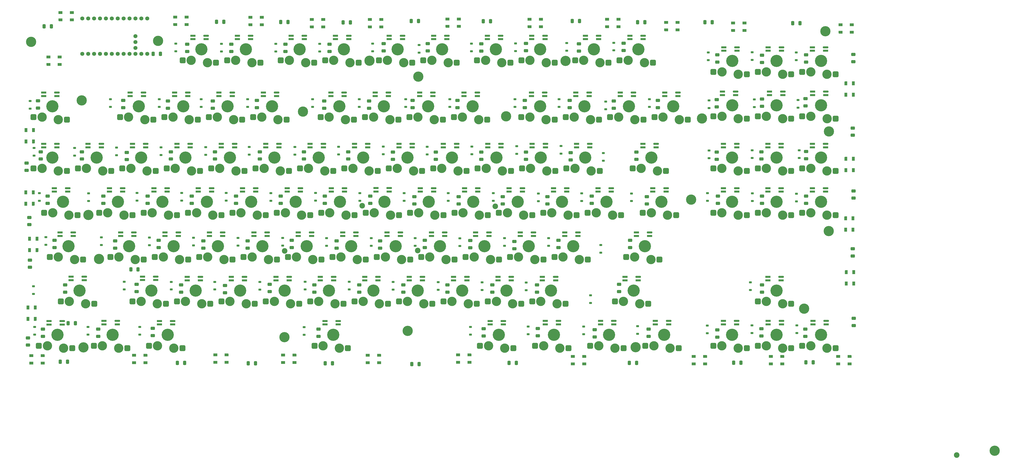
<source format=gbr>
%TF.GenerationSoftware,KiCad,Pcbnew,8.0.2-8.0.2-0~ubuntu22.04.1*%
%TF.CreationDate,2024-05-19T18:59:24-07:00*%
%TF.ProjectId,100kbd,3130306b-6264-42e6-9b69-6361645f7063,rev?*%
%TF.SameCoordinates,Original*%
%TF.FileFunction,Soldermask,Bot*%
%TF.FilePolarity,Negative*%
%FSLAX46Y46*%
G04 Gerber Fmt 4.6, Leading zero omitted, Abs format (unit mm)*
G04 Created by KiCad (PCBNEW 8.0.2-8.0.2-0~ubuntu22.04.1) date 2024-05-19 18:59:24*
%MOMM*%
%LPD*%
G01*
G04 APERTURE LIST*
G04 Aperture macros list*
%AMRoundRect*
0 Rectangle with rounded corners*
0 $1 Rounding radius*
0 $2 $3 $4 $5 $6 $7 $8 $9 X,Y pos of 4 corners*
0 Add a 4 corners polygon primitive as box body*
4,1,4,$2,$3,$4,$5,$6,$7,$8,$9,$2,$3,0*
0 Add four circle primitives for the rounded corners*
1,1,$1+$1,$2,$3*
1,1,$1+$1,$4,$5*
1,1,$1+$1,$6,$7*
1,1,$1+$1,$8,$9*
0 Add four rect primitives between the rounded corners*
20,1,$1+$1,$2,$3,$4,$5,0*
20,1,$1+$1,$4,$5,$6,$7,0*
20,1,$1+$1,$6,$7,$8,$9,0*
20,1,$1+$1,$8,$9,$2,$3,0*%
%AMOutline5P*
0 Free polygon, 5 corners , with rotation*
0 The origin of the aperture is its center*
0 number of corners: always 5*
0 $1 to $10 corner X, Y*
0 $11 Rotation angle, in degrees counterclockwise*
0 create outline with 5 corners*
4,1,5,$1,$2,$3,$4,$5,$6,$7,$8,$9,$10,$1,$2,$11*%
%AMOutline6P*
0 Free polygon, 6 corners , with rotation*
0 The origin of the aperture is its center*
0 number of corners: always 6*
0 $1 to $12 corner X, Y*
0 $13 Rotation angle, in degrees counterclockwise*
0 create outline with 6 corners*
4,1,6,$1,$2,$3,$4,$5,$6,$7,$8,$9,$10,$11,$12,$1,$2,$13*%
%AMOutline7P*
0 Free polygon, 7 corners , with rotation*
0 The origin of the aperture is its center*
0 number of corners: always 7*
0 $1 to $14 corner X, Y*
0 $15 Rotation angle, in degrees counterclockwise*
0 create outline with 7 corners*
4,1,7,$1,$2,$3,$4,$5,$6,$7,$8,$9,$10,$11,$12,$13,$14,$1,$2,$15*%
%AMOutline8P*
0 Free polygon, 8 corners , with rotation*
0 The origin of the aperture is its center*
0 number of corners: always 8*
0 $1 to $16 corner X, Y*
0 $17 Rotation angle, in degrees counterclockwise*
0 create outline with 8 corners*
4,1,8,$1,$2,$3,$4,$5,$6,$7,$8,$9,$10,$11,$12,$13,$14,$15,$16,$1,$2,$17*%
G04 Aperture macros list end*
%ADD10C,0.700000*%
%ADD11C,4.400000*%
%ADD12C,2.400000*%
%ADD13C,3.450000*%
%ADD14C,5.250000*%
%ADD15RoundRect,0.500000X-0.750000X-0.775000X0.750000X-0.775000X0.750000X0.775000X-0.750000X0.775000X0*%
%ADD16C,4.000000*%
%ADD17C,1.752600*%
%ADD18R,1.700000X1.200000*%
%ADD19Outline5P,-0.850000X0.600000X0.850000X0.600000X0.850000X-0.600000X-0.610000X-0.600000X-0.850000X-0.360000X0.000000*%
%ADD20Outline5P,-0.850000X0.600000X0.850000X0.600000X0.850000X-0.600000X-0.610000X-0.600000X-0.850000X-0.360000X180.000000*%
%ADD21R,2.300000X0.820000*%
%ADD22RoundRect,0.205000X-0.945000X-0.205000X0.945000X-0.205000X0.945000X0.205000X-0.945000X0.205000X0*%
%ADD23RoundRect,0.250000X-0.650000X0.412500X-0.650000X-0.412500X0.650000X-0.412500X0.650000X0.412500X0*%
%ADD24RoundRect,0.225000X0.375000X-0.225000X0.375000X0.225000X-0.375000X0.225000X-0.375000X-0.225000X0*%
%ADD25R,1.200000X1.700000*%
%ADD26Outline5P,-0.850000X0.600000X0.850000X0.600000X0.850000X-0.600000X-0.610000X-0.600000X-0.850000X-0.360000X90.000000*%
%ADD27RoundRect,0.250000X-0.412500X-0.650000X0.412500X-0.650000X0.412500X0.650000X-0.412500X0.650000X0*%
%ADD28RoundRect,0.250000X0.412500X0.650000X-0.412500X0.650000X-0.412500X-0.650000X0.412500X-0.650000X0*%
%ADD29RoundRect,0.250000X0.650000X-0.412500X0.650000X0.412500X-0.650000X0.412500X-0.650000X-0.412500X0*%
%ADD30Outline5P,-0.850000X0.600000X0.850000X0.600000X0.850000X-0.600000X-0.610000X-0.600000X-0.850000X-0.360000X270.000000*%
G04 APERTURE END LIST*
D10*
%TO.C,H5*%
X-81250000Y423600000D03*
X-80766726Y424766726D03*
X-80766726Y422433274D03*
X-79600000Y425250000D03*
D11*
X-79600000Y423600000D03*
D10*
X-79600000Y421950000D03*
X-78433274Y424766726D03*
X-78433274Y422433274D03*
X-77950000Y423600000D03*
%TD*%
%TO.C,H5*%
X-172183274Y432166726D03*
X-171700000Y433333452D03*
X-171700000Y431000000D03*
X-170533274Y433816726D03*
D11*
X-170533274Y432166726D03*
D10*
X-170533274Y430516726D03*
X-169366548Y433333452D03*
X-169366548Y431000000D03*
X-168883274Y432166726D03*
%TD*%
%TO.C,H5*%
X3150000Y423500000D03*
X3633274Y424666726D03*
X3633274Y422333274D03*
X4800000Y425150000D03*
D11*
X4800000Y423500000D03*
D10*
X4800000Y421850000D03*
X5966726Y424666726D03*
X5966726Y422333274D03*
X6450000Y423500000D03*
%TD*%
%TO.C,H5*%
X33250000Y300200000D03*
X33733274Y301366726D03*
X33733274Y299033274D03*
X34900000Y301850000D03*
D11*
X34900000Y300200000D03*
D10*
X34900000Y298550000D03*
X36066726Y301366726D03*
X36066726Y299033274D03*
X36550000Y300200000D03*
%TD*%
D12*
%TO.C,*%
X-58800000Y341800000D03*
%TD*%
%TO.C,*%
X-116100000Y341700000D03*
%TD*%
%TO.C,*%
X-82700000Y361100000D03*
%TD*%
%TO.C,*%
X-25500000Y360900000D03*
%TD*%
%TO.C,*%
X173000000Y253700000D03*
%TD*%
D10*
%TO.C,H5*%
X-109850000Y401700000D03*
X-109366726Y402866726D03*
X-109366726Y400533274D03*
X-108200000Y403350000D03*
D11*
X-108200000Y401700000D03*
D10*
X-108200000Y400050000D03*
X-107033274Y402866726D03*
X-107033274Y400533274D03*
X-106550000Y401700000D03*
%TD*%
%TO.C,H5*%
X-22500000Y399700000D03*
X-22016726Y400866726D03*
X-22016726Y398533274D03*
X-20850000Y401350000D03*
D11*
X-20850000Y399700000D03*
D10*
X-20850000Y398050000D03*
X-19683274Y400866726D03*
X-19683274Y398533274D03*
X-19200000Y399700000D03*
%TD*%
%TO.C,H5*%
X-226783274Y431733274D03*
X-226300000Y432900000D03*
X-226300000Y430566548D03*
X-225133274Y433383274D03*
D11*
X-225133274Y431733274D03*
D10*
X-225133274Y430083274D03*
X-223966548Y432900000D03*
X-223966548Y430566548D03*
X-223483274Y431733274D03*
%TD*%
%TO.C,H5*%
X-60200000Y416800000D03*
X-59716726Y417966726D03*
X-59716726Y415633274D03*
X-58550000Y418450000D03*
D11*
X-58550000Y416800000D03*
D10*
X-58550000Y415150000D03*
X-57383274Y417966726D03*
X-57383274Y415633274D03*
X-56900000Y416800000D03*
%TD*%
%TO.C,H5*%
X114850000Y436350000D03*
X115333274Y437516726D03*
X115333274Y435183274D03*
X116500000Y438000000D03*
D11*
X116500000Y436350000D03*
D10*
X116500000Y434700000D03*
X117666726Y437516726D03*
X117666726Y435183274D03*
X118150000Y436350000D03*
%TD*%
%TO.C,H1*%
X116283274Y350233274D03*
X116766548Y351400000D03*
X116766548Y349066548D03*
X117933274Y351883274D03*
D11*
X117933274Y350233274D03*
D10*
X117933274Y348583274D03*
X119100000Y351400000D03*
X119100000Y349066548D03*
X119583274Y350233274D03*
%TD*%
%TO.C,H6*%
X-202083274Y357133274D03*
X-201600000Y358300000D03*
X-201600000Y355966548D03*
X-200433274Y358783274D03*
D11*
X-200433274Y357133274D03*
D10*
X-200433274Y355483274D03*
X-199266548Y358300000D03*
X-199266548Y355966548D03*
X-198783274Y357133274D03*
%TD*%
%TO.C,H3*%
X-205000000Y406500000D03*
X-204516726Y407666726D03*
X-204516726Y405333274D03*
X-203350000Y408150000D03*
D11*
X-203350000Y406500000D03*
D10*
X-203350000Y404850000D03*
X-202183274Y407666726D03*
X-202183274Y405333274D03*
X-201700000Y406500000D03*
%TD*%
%TO.C,H4*%
X-204200000Y300100000D03*
X-203716726Y301266726D03*
X-203716726Y298933274D03*
X-202550000Y301750000D03*
D11*
X-202550000Y300100000D03*
D10*
X-202550000Y298450000D03*
X-201383274Y301266726D03*
X-201383274Y298933274D03*
X-200900000Y300100000D03*
%TD*%
%TO.C,H5*%
X187650000Y255550000D03*
X188133274Y256716726D03*
X188133274Y254383274D03*
X189300000Y257200000D03*
D11*
X189300000Y255550000D03*
D10*
X189300000Y253900000D03*
X190466726Y256716726D03*
X190466726Y254383274D03*
X190950000Y255550000D03*
%TD*%
%TO.C,H2*%
X-197583274Y338233274D03*
X-197100000Y339400000D03*
X-197100000Y337066548D03*
X-195933274Y339883274D03*
D11*
X-195933274Y338233274D03*
D10*
X-195933274Y336583274D03*
X-194766548Y339400000D03*
X-194766548Y337066548D03*
X-194283274Y338233274D03*
%TD*%
%TO.C,H6*%
X61750000Y398750000D03*
X62233274Y399916726D03*
X62233274Y397583274D03*
X63400000Y400400000D03*
D11*
X63400000Y398750000D03*
D10*
X63400000Y397100000D03*
X64566726Y399916726D03*
X64566726Y397583274D03*
X65050000Y398750000D03*
%TD*%
%TO.C,H1*%
X-117800000Y304500000D03*
X-117316726Y305666726D03*
X-117316726Y303333274D03*
X-116150000Y306150000D03*
D11*
X-116150000Y304500000D03*
D10*
X-116150000Y302850000D03*
X-114983274Y305666726D03*
X-114983274Y303333274D03*
X-114500000Y304500000D03*
%TD*%
%TO.C,H3*%
X-64783274Y307233274D03*
X-64300000Y308400000D03*
X-64300000Y306066548D03*
X-63133274Y308883274D03*
D11*
X-63133274Y307233274D03*
D10*
X-63133274Y305583274D03*
X-61966548Y308400000D03*
X-61966548Y306066548D03*
X-61483274Y307233274D03*
%TD*%
%TO.C,H4*%
X116383274Y393133274D03*
X116866548Y394300000D03*
X116866548Y391966548D03*
X118033274Y394783274D03*
D11*
X118033274Y393133274D03*
D10*
X118033274Y391483274D03*
X119200000Y394300000D03*
X119200000Y391966548D03*
X119683274Y393133274D03*
%TD*%
%TO.C,H5*%
X105750000Y316800000D03*
X106233274Y317966726D03*
X106233274Y315633274D03*
X107400000Y318450000D03*
D11*
X107400000Y316800000D03*
D10*
X107400000Y315150000D03*
X108566726Y317966726D03*
X108566726Y315633274D03*
X109050000Y316800000D03*
%TD*%
%TO.C,H2*%
X57116726Y363733274D03*
X57600000Y364900000D03*
X57600000Y362566548D03*
X58766726Y365383274D03*
D11*
X58766726Y363733274D03*
D10*
X58766726Y362083274D03*
X59933452Y364900000D03*
X59933452Y362566548D03*
X60416726Y363733274D03*
%TD*%
D13*
%TO.C,SW53*%
X-270000Y305500000D03*
X-270000Y305500000D03*
X-270000Y305500000D03*
X-270000Y305500000D03*
X-270000Y305500000D03*
D14*
X-270000Y305500000D03*
X-270000Y305500000D03*
X-270000Y305500000D03*
D15*
X-8345000Y300800000D03*
X-8345000Y300800000D03*
X-8345000Y300800000D03*
D16*
X-4670000Y300800000D03*
X-4670000Y300800000D03*
X-4670000Y300800000D03*
X-4670000Y300800000D03*
X-4670000Y300800000D03*
X2330000Y299750000D03*
X2330000Y299750000D03*
X2330000Y299750000D03*
X2330000Y299750000D03*
X2330000Y299750000D03*
D15*
X6005000Y299750000D03*
X6005000Y299750000D03*
X6005000Y299750000D03*
%TD*%
D13*
%TO.C,SW38*%
X-73400000Y404000000D03*
X-73400000Y404000000D03*
X-73400000Y404000000D03*
D14*
X-73400000Y404000000D03*
X-73400000Y404000000D03*
D15*
X-81475000Y399300000D03*
X-81475000Y399300000D03*
D16*
X-77800000Y399300000D03*
X-77800000Y399300000D03*
X-77800000Y399300000D03*
X-70800000Y398250000D03*
X-70800000Y398250000D03*
X-70800000Y398250000D03*
D15*
X-67125000Y398250000D03*
X-67125000Y398250000D03*
%TD*%
D13*
%TO.C,SW17*%
X12900000Y404000000D03*
X12900000Y404000000D03*
X12900000Y404000000D03*
D14*
X12900000Y404000000D03*
X12900000Y404000000D03*
D15*
X4825000Y399300000D03*
X4825000Y399300000D03*
D16*
X8500000Y399300000D03*
X8500000Y399300000D03*
X8500000Y399300000D03*
X15500000Y398250000D03*
X15500000Y398250000D03*
X15500000Y398250000D03*
D15*
X19175000Y398250000D03*
X19175000Y398250000D03*
%TD*%
D13*
%TO.C,SW56*%
X8060000Y343700000D03*
X8060000Y343700000D03*
X8060000Y343700000D03*
D14*
X8060000Y343700000D03*
X8060000Y343700000D03*
D15*
X-15000Y339000000D03*
X-15000Y339000000D03*
D16*
X3660000Y339000000D03*
X3660000Y339000000D03*
X3660000Y339000000D03*
X10660000Y337950000D03*
X10660000Y337950000D03*
X10660000Y337950000D03*
D15*
X14335000Y337950000D03*
X14335000Y337950000D03*
%TD*%
D13*
%TO.C,SW22*%
X-144740000Y343700000D03*
X-144740000Y343700000D03*
X-144740000Y343700000D03*
D14*
X-144740000Y343700000D03*
X-144740000Y343700000D03*
D15*
X-152815000Y339000000D03*
X-152815000Y339000000D03*
D16*
X-149140000Y339000000D03*
X-149140000Y339000000D03*
X-149140000Y339000000D03*
X-142140000Y337950000D03*
X-142140000Y337950000D03*
X-142140000Y337950000D03*
D15*
X-138465000Y337950000D03*
X-138465000Y337950000D03*
%TD*%
D13*
%TO.C,SW74*%
X-73144000Y362800000D03*
X-73144000Y362800000D03*
X-73144000Y362800000D03*
D14*
X-73144000Y362800000D03*
X-73144000Y362800000D03*
D15*
X-81219000Y358100000D03*
X-81219000Y358100000D03*
D16*
X-77544000Y358100000D03*
X-77544000Y358100000D03*
X-77544000Y358100000D03*
X-70544000Y357050000D03*
X-70544000Y357050000D03*
X-70544000Y357050000D03*
D15*
X-66869000Y357050000D03*
X-66869000Y357050000D03*
%TD*%
D13*
%TO.C,SW10*%
X114630000Y381900000D03*
X114630000Y381900000D03*
X114630000Y381900000D03*
D14*
X114630000Y381900000D03*
X114630000Y381900000D03*
D15*
X106555000Y377200000D03*
X106555000Y377200000D03*
D16*
X110230000Y377200000D03*
X110230000Y377200000D03*
X110230000Y377200000D03*
X117230000Y376150000D03*
X117230000Y376150000D03*
X117230000Y376150000D03*
D15*
X120905000Y376150000D03*
X120905000Y376150000D03*
%TD*%
D13*
%TO.C,SW44*%
X-58800000Y324600000D03*
X-58800000Y324600000D03*
X-58800000Y324600000D03*
D14*
X-58800000Y324600000D03*
X-58800000Y324600000D03*
D15*
X-66875000Y319900000D03*
X-66875000Y319900000D03*
D16*
X-63200000Y319900000D03*
X-63200000Y319900000D03*
X-63200000Y319900000D03*
X-56200000Y318850000D03*
X-56200000Y318850000D03*
X-56200000Y318850000D03*
D15*
X-52525000Y318850000D03*
X-52525000Y318850000D03*
%TD*%
D13*
%TO.C,SW21*%
X-209020000Y343700000D03*
X-209020000Y343700000D03*
X-209020000Y343700000D03*
X-209020000Y343700000D03*
X-209020000Y343700000D03*
D14*
X-209020000Y343700000D03*
X-209020000Y343700000D03*
X-209020000Y343700000D03*
D15*
X-217095000Y339000000D03*
X-217095000Y339000000D03*
X-217095000Y339000000D03*
D16*
X-213420000Y339000000D03*
X-213420000Y339000000D03*
X-213420000Y339000000D03*
X-213420000Y339000000D03*
X-213420000Y339000000D03*
X-206420000Y337950000D03*
X-206420000Y337950000D03*
X-206420000Y337950000D03*
X-206420000Y337950000D03*
X-206420000Y337950000D03*
D15*
X-202745000Y337950000D03*
X-202745000Y337950000D03*
X-202745000Y337950000D03*
%TD*%
D13*
%TO.C,SW66*%
X-15844000Y362800000D03*
X-15844000Y362800000D03*
X-15844000Y362800000D03*
D14*
X-15844000Y362800000D03*
X-15844000Y362800000D03*
D15*
X-23919000Y358100000D03*
X-23919000Y358100000D03*
D16*
X-20244000Y358100000D03*
X-20244000Y358100000D03*
X-20244000Y358100000D03*
X-13244000Y357050000D03*
X-13244000Y357050000D03*
X-13244000Y357050000D03*
D15*
X-9569000Y357050000D03*
X-9569000Y357050000D03*
%TD*%
D13*
%TO.C,SW90*%
X114630000Y423500000D03*
X114630000Y423500000D03*
X114630000Y423500000D03*
D14*
X114630000Y423500000D03*
X114630000Y423500000D03*
D15*
X106555000Y418800000D03*
X106555000Y418800000D03*
D16*
X110230000Y418800000D03*
X110230000Y418800000D03*
X110230000Y418800000D03*
X117230000Y417750000D03*
X117230000Y417750000D03*
X117230000Y417750000D03*
D15*
X120905000Y417750000D03*
X120905000Y417750000D03*
%TD*%
D13*
%TO.C,SW76*%
X3256000Y362800000D03*
X3256000Y362800000D03*
X3256000Y362800000D03*
D14*
X3256000Y362800000D03*
X3256000Y362800000D03*
D15*
X-4819000Y358100000D03*
X-4819000Y358100000D03*
D16*
X-1144000Y358100000D03*
X-1144000Y358100000D03*
X-1144000Y358100000D03*
X5856000Y357050000D03*
X5856000Y357050000D03*
X5856000Y357050000D03*
D15*
X9531000Y357050000D03*
X9531000Y357050000D03*
%TD*%
D13*
%TO.C,SW28*%
X-92500000Y404000000D03*
X-92500000Y404000000D03*
X-92500000Y404000000D03*
D14*
X-92500000Y404000000D03*
X-92500000Y404000000D03*
D15*
X-100575000Y399300000D03*
X-100575000Y399300000D03*
D16*
X-96900000Y399300000D03*
X-96900000Y399300000D03*
X-96900000Y399300000D03*
X-89900000Y398250000D03*
X-89900000Y398250000D03*
X-89900000Y398250000D03*
D15*
X-86225000Y398250000D03*
X-86225000Y398250000D03*
%TD*%
D13*
%TO.C,SW41*%
X-213725000Y305500000D03*
X-213725000Y305500000D03*
X-213725000Y305500000D03*
X-213725000Y305500000D03*
X-213725000Y305500000D03*
D14*
X-213725000Y305500000D03*
X-213725000Y305500000D03*
X-213725000Y305500000D03*
D15*
X-221800000Y300800000D03*
X-221800000Y300800000D03*
X-221800000Y300800000D03*
D16*
X-218125000Y300800000D03*
X-218125000Y300800000D03*
X-218125000Y300800000D03*
X-218125000Y300800000D03*
X-218125000Y300800000D03*
X-211125000Y299750000D03*
X-211125000Y299750000D03*
X-211125000Y299750000D03*
X-211125000Y299750000D03*
X-211125000Y299750000D03*
D15*
X-207450000Y299750000D03*
X-207450000Y299750000D03*
X-207450000Y299750000D03*
%TD*%
D13*
%TO.C,SW27*%
X51100000Y404000000D03*
X51100000Y404000000D03*
X51100000Y404000000D03*
D14*
X51100000Y404000000D03*
X51100000Y404000000D03*
D15*
X43025000Y399300000D03*
X43025000Y399300000D03*
D16*
X46700000Y399300000D03*
X46700000Y399300000D03*
X46700000Y399300000D03*
X53700000Y398250000D03*
X53700000Y398250000D03*
X53700000Y398250000D03*
D15*
X57375000Y398250000D03*
X57375000Y398250000D03*
%TD*%
D13*
%TO.C,SW87*%
X13200000Y381900000D03*
X13200000Y381900000D03*
X13200000Y381900000D03*
D14*
X13200000Y381900000D03*
X13200000Y381900000D03*
D15*
X5125000Y377200000D03*
X5125000Y377200000D03*
D16*
X8800000Y377200000D03*
X8800000Y377200000D03*
X8800000Y377200000D03*
X15800000Y376150000D03*
X15800000Y376150000D03*
X15800000Y376150000D03*
D15*
X19475000Y376150000D03*
X19475000Y376150000D03*
%TD*%
D13*
%TO.C,SW94*%
X-82300000Y381900000D03*
X-82300000Y381900000D03*
X-82300000Y381900000D03*
D14*
X-82300000Y381900000D03*
X-82300000Y381900000D03*
D15*
X-90375000Y377200000D03*
X-90375000Y377200000D03*
D16*
X-86700000Y377200000D03*
X-86700000Y377200000D03*
X-86700000Y377200000D03*
X-79700000Y376150000D03*
X-79700000Y376150000D03*
X-79700000Y376150000D03*
D15*
X-76025000Y376150000D03*
X-76025000Y376150000D03*
%TD*%
D13*
%TO.C,SW6*%
X114615000Y305500000D03*
X114615000Y305500000D03*
X114615000Y305500000D03*
D14*
X114615000Y305500000D03*
X114615000Y305500000D03*
D15*
X106540000Y300800000D03*
X106540000Y300800000D03*
D16*
X110215000Y300800000D03*
X110215000Y300800000D03*
X110215000Y300800000D03*
X117215000Y299750000D03*
X117215000Y299750000D03*
X117215000Y299750000D03*
D15*
X120890000Y299750000D03*
X120890000Y299750000D03*
%TD*%
D13*
%TO.C,SW26*%
X-1500000Y324600000D03*
X-1500000Y324600000D03*
X-1500000Y324600000D03*
D14*
X-1500000Y324600000D03*
X-1500000Y324600000D03*
D15*
X-9575000Y319900000D03*
X-9575000Y319900000D03*
D16*
X-5900000Y319900000D03*
X-5900000Y319900000D03*
X-5900000Y319900000D03*
X1100000Y318850000D03*
X1100000Y318850000D03*
X1100000Y318850000D03*
D15*
X4775000Y318850000D03*
X4775000Y318850000D03*
%TD*%
D13*
%TO.C,SW15*%
X95520000Y305500000D03*
X95520000Y305500000D03*
X95520000Y305500000D03*
D14*
X95520000Y305500000D03*
X95520000Y305500000D03*
D15*
X87445000Y300800000D03*
X87445000Y300800000D03*
D16*
X91120000Y300800000D03*
X91120000Y300800000D03*
X91120000Y300800000D03*
X98120000Y299750000D03*
X98120000Y299750000D03*
X98120000Y299750000D03*
D15*
X101795000Y299750000D03*
X101795000Y299750000D03*
%TD*%
D13*
%TO.C,SW83*%
X-111344000Y362800000D03*
X-111344000Y362800000D03*
X-111344000Y362800000D03*
D14*
X-111344000Y362800000D03*
X-111344000Y362800000D03*
D15*
X-119419000Y358100000D03*
X-119419000Y358100000D03*
D16*
X-115744000Y358100000D03*
X-115744000Y358100000D03*
X-115744000Y358100000D03*
X-108744000Y357050000D03*
X-108744000Y357050000D03*
X-108744000Y357050000D03*
D15*
X-105069000Y357050000D03*
X-105069000Y357050000D03*
%TD*%
D13*
%TO.C,SW40*%
X95535000Y404400000D03*
X95535000Y404400000D03*
X95535000Y404400000D03*
D14*
X95535000Y404400000D03*
X95535000Y404400000D03*
D15*
X87460000Y399700000D03*
X87460000Y399700000D03*
D16*
X91135000Y399700000D03*
X91135000Y399700000D03*
X91135000Y399700000D03*
X98135000Y398650000D03*
X98135000Y398650000D03*
X98135000Y398650000D03*
D15*
X101810000Y398650000D03*
X101810000Y398650000D03*
%TD*%
D13*
%TO.C,SW52*%
X-177800000Y381900000D03*
X-177800000Y381900000D03*
X-177800000Y381900000D03*
D14*
X-177800000Y381900000D03*
X-177800000Y381900000D03*
D15*
X-185875000Y377200000D03*
X-185875000Y377200000D03*
D16*
X-182200000Y377200000D03*
X-182200000Y377200000D03*
X-182200000Y377200000D03*
X-175200000Y376150000D03*
X-175200000Y376150000D03*
X-175200000Y376150000D03*
D15*
X-171525000Y376150000D03*
X-171525000Y376150000D03*
%TD*%
D13*
%TO.C,SW85*%
X-63200000Y381900000D03*
X-63200000Y381900000D03*
X-63200000Y381900000D03*
D14*
X-63200000Y381900000D03*
X-63200000Y381900000D03*
D15*
X-71275000Y377200000D03*
X-71275000Y377200000D03*
D16*
X-67600000Y377200000D03*
X-67600000Y377200000D03*
X-67600000Y377200000D03*
X-60600000Y376150000D03*
X-60600000Y376150000D03*
X-60600000Y376150000D03*
D15*
X-56925000Y376150000D03*
X-56925000Y376150000D03*
%TD*%
D13*
%TO.C,SW36*%
X34080000Y324600000D03*
X34080000Y324600000D03*
X34080000Y324600000D03*
X34080000Y324600000D03*
X34080000Y324600000D03*
D14*
X34080000Y324600000D03*
X34080000Y324600000D03*
X34080000Y324600000D03*
D15*
X26005000Y319900000D03*
X26005000Y319900000D03*
X26005000Y319900000D03*
D16*
X29680000Y319900000D03*
X29680000Y319900000D03*
X29680000Y319900000D03*
X29680000Y319900000D03*
X29680000Y319900000D03*
X36680000Y318850000D03*
X36680000Y318850000D03*
X36680000Y318850000D03*
X36680000Y318850000D03*
X36680000Y318850000D03*
D15*
X40355000Y318850000D03*
X40355000Y318850000D03*
X40355000Y318850000D03*
%TD*%
D13*
%TO.C,SW12*%
X-135200000Y324600000D03*
X-135200000Y324600000D03*
X-135200000Y324600000D03*
D14*
X-135200000Y324600000D03*
X-135200000Y324600000D03*
D15*
X-143275000Y319900000D03*
X-143275000Y319900000D03*
D16*
X-139600000Y319900000D03*
X-139600000Y319900000D03*
X-139600000Y319900000D03*
X-132600000Y318850000D03*
X-132600000Y318850000D03*
X-132600000Y318850000D03*
D15*
X-128925000Y318850000D03*
X-128925000Y318850000D03*
%TD*%
D13*
%TO.C,SW100*%
X114640000Y404400000D03*
X114640000Y404400000D03*
X114640000Y404400000D03*
D14*
X114640000Y404400000D03*
X114640000Y404400000D03*
D15*
X106565000Y399700000D03*
X106565000Y399700000D03*
D16*
X110240000Y399700000D03*
X110240000Y399700000D03*
X110240000Y399700000D03*
X117240000Y398650000D03*
X117240000Y398650000D03*
X117240000Y398650000D03*
D15*
X120915000Y398650000D03*
X120915000Y398650000D03*
%TD*%
D13*
%TO.C,SW25*%
X-39700000Y324600000D03*
X-39700000Y324600000D03*
X-39700000Y324600000D03*
D14*
X-39700000Y324600000D03*
X-39700000Y324600000D03*
D15*
X-47775000Y319900000D03*
X-47775000Y319900000D03*
D16*
X-44100000Y319900000D03*
X-44100000Y319900000D03*
X-44100000Y319900000D03*
X-37100000Y318850000D03*
X-37100000Y318850000D03*
X-37100000Y318850000D03*
D15*
X-33425000Y318850000D03*
X-33425000Y318850000D03*
%TD*%
D13*
%TO.C,SW19*%
X-132750000Y428500000D03*
X-132750000Y428500000D03*
X-132750000Y428500000D03*
D14*
X-132750000Y428500000D03*
X-132750000Y428500000D03*
D15*
X-140825000Y423800000D03*
X-140825000Y423800000D03*
D16*
X-137150000Y423800000D03*
X-137150000Y423800000D03*
X-137150000Y423800000D03*
X-130150000Y422750000D03*
X-130150000Y422750000D03*
X-130150000Y422750000D03*
D15*
X-126475000Y422750000D03*
X-126475000Y422750000D03*
%TD*%
D13*
%TO.C,SW70*%
X76420000Y381900000D03*
X76420000Y381900000D03*
X76420000Y381900000D03*
D14*
X76420000Y381900000D03*
X76420000Y381900000D03*
D15*
X68345000Y377200000D03*
X68345000Y377200000D03*
D16*
X72020000Y377200000D03*
X72020000Y377200000D03*
X72020000Y377200000D03*
X79020000Y376150000D03*
X79020000Y376150000D03*
X79020000Y376150000D03*
D15*
X82695000Y376150000D03*
X82695000Y376150000D03*
%TD*%
D13*
%TO.C,SW63*%
X-97000000Y324600000D03*
X-97000000Y324600000D03*
X-97000000Y324600000D03*
D14*
X-97000000Y324600000D03*
X-97000000Y324600000D03*
D15*
X-105075000Y319900000D03*
X-105075000Y319900000D03*
D16*
X-101400000Y319900000D03*
X-101400000Y319900000D03*
X-101400000Y319900000D03*
X-94400000Y318850000D03*
X-94400000Y318850000D03*
X-94400000Y318850000D03*
D15*
X-90725000Y318850000D03*
X-90725000Y318850000D03*
%TD*%
D13*
%TO.C,SW3*%
X-23975000Y305500000D03*
X-23975000Y305500000D03*
X-23975000Y305500000D03*
X-23975000Y305500000D03*
X-23975000Y305500000D03*
D14*
X-23975000Y305500000D03*
X-23975000Y305500000D03*
X-23975000Y305500000D03*
D15*
X-32050000Y300800000D03*
X-32050000Y300800000D03*
X-32050000Y300800000D03*
D16*
X-28375000Y300800000D03*
X-28375000Y300800000D03*
X-28375000Y300800000D03*
X-28375000Y300800000D03*
X-28375000Y300800000D03*
X-21375000Y299750000D03*
X-21375000Y299750000D03*
X-21375000Y299750000D03*
X-21375000Y299750000D03*
X-21375000Y299750000D03*
D15*
X-17700000Y299750000D03*
X-17700000Y299750000D03*
X-17700000Y299750000D03*
%TD*%
D13*
%TO.C,SW93*%
X-120500000Y381900000D03*
X-120500000Y381900000D03*
X-120500000Y381900000D03*
D14*
X-120500000Y381900000D03*
X-120500000Y381900000D03*
D15*
X-128575000Y377200000D03*
X-128575000Y377200000D03*
D16*
X-124900000Y377200000D03*
X-124900000Y377200000D03*
X-124900000Y377200000D03*
X-117900000Y376150000D03*
X-117900000Y376150000D03*
X-117900000Y376150000D03*
D15*
X-114225000Y376150000D03*
X-114225000Y376150000D03*
%TD*%
D13*
%TO.C,SW29*%
X16970000Y428500000D03*
X16970000Y428500000D03*
X16970000Y428500000D03*
D14*
X16970000Y428500000D03*
X16970000Y428500000D03*
D15*
X8895000Y423800000D03*
X8895000Y423800000D03*
D16*
X12570000Y423800000D03*
X12570000Y423800000D03*
X12570000Y423800000D03*
X19570000Y422750000D03*
X19570000Y422750000D03*
X19570000Y422750000D03*
D15*
X23245000Y422750000D03*
X23245000Y422750000D03*
%TD*%
D13*
%TO.C,SW95*%
X-44100000Y381900000D03*
X-44100000Y381900000D03*
X-44100000Y381900000D03*
D14*
X-44100000Y381900000D03*
X-44100000Y381900000D03*
D15*
X-52175000Y377200000D03*
X-52175000Y377200000D03*
D16*
X-48500000Y377200000D03*
X-48500000Y377200000D03*
X-48500000Y377200000D03*
X-41500000Y376150000D03*
X-41500000Y376150000D03*
X-41500000Y376150000D03*
D15*
X-37825000Y376150000D03*
X-37825000Y376150000D03*
%TD*%
D13*
%TO.C,SW49*%
X-25235518Y428500000D03*
X-25235518Y428500000D03*
X-25235518Y428500000D03*
D14*
X-25235518Y428500000D03*
X-25235518Y428500000D03*
D15*
X-33310518Y423800000D03*
X-33310518Y423800000D03*
D16*
X-29635518Y423800000D03*
X-29635518Y423800000D03*
X-29635518Y423800000D03*
X-22635518Y422750000D03*
X-22635518Y422750000D03*
X-22635518Y422750000D03*
D15*
X-18960518Y422750000D03*
X-18960518Y422750000D03*
%TD*%
D13*
%TO.C,SW71*%
X-190020000Y305500000D03*
X-190020000Y305500000D03*
X-190020000Y305500000D03*
X-190020000Y305500000D03*
X-190020000Y305500000D03*
D14*
X-190020000Y305500000D03*
X-190020000Y305500000D03*
X-190020000Y305500000D03*
D15*
X-198095000Y300800000D03*
X-198095000Y300800000D03*
X-198095000Y300800000D03*
D16*
X-194420000Y300800000D03*
X-194420000Y300800000D03*
X-194420000Y300800000D03*
X-194420000Y300800000D03*
X-194420000Y300800000D03*
X-187420000Y299750000D03*
X-187420000Y299750000D03*
X-187420000Y299750000D03*
X-187420000Y299750000D03*
X-187420000Y299750000D03*
D15*
X-183745000Y299750000D03*
X-183745000Y299750000D03*
X-183745000Y299750000D03*
%TD*%
D13*
%TO.C,SW14*%
X-77900000Y324600000D03*
X-77900000Y324600000D03*
X-77900000Y324600000D03*
D14*
X-77900000Y324600000D03*
X-77900000Y324600000D03*
D15*
X-85975000Y319900000D03*
X-85975000Y319900000D03*
D16*
X-82300000Y319900000D03*
X-82300000Y319900000D03*
X-82300000Y319900000D03*
X-75300000Y318850000D03*
X-75300000Y318850000D03*
X-75300000Y318850000D03*
D15*
X-71625000Y318850000D03*
X-71625000Y318850000D03*
%TD*%
D13*
%TO.C,SW84*%
X-101400000Y381900000D03*
X-101400000Y381900000D03*
X-101400000Y381900000D03*
D14*
X-101400000Y381900000D03*
X-101400000Y381900000D03*
D15*
X-109475000Y377200000D03*
X-109475000Y377200000D03*
D16*
X-105800000Y377200000D03*
X-105800000Y377200000D03*
X-105800000Y377200000D03*
X-98800000Y376150000D03*
X-98800000Y376150000D03*
X-98800000Y376150000D03*
D15*
X-95125000Y376150000D03*
X-95125000Y376150000D03*
%TD*%
D13*
%TO.C,SW45*%
X-49240000Y343700000D03*
X-49240000Y343700000D03*
X-49240000Y343700000D03*
D14*
X-49240000Y343700000D03*
X-49240000Y343700000D03*
D15*
X-57315000Y339000000D03*
X-57315000Y339000000D03*
D16*
X-53640000Y339000000D03*
X-53640000Y339000000D03*
X-53640000Y339000000D03*
X-46640000Y337950000D03*
X-46640000Y337950000D03*
X-46640000Y337950000D03*
D15*
X-42965000Y337950000D03*
X-42965000Y337950000D03*
%TD*%
D13*
%TO.C,SW42*%
X-158700000Y381900000D03*
X-158700000Y381900000D03*
X-158700000Y381900000D03*
D14*
X-158700000Y381900000D03*
X-158700000Y381900000D03*
D15*
X-166775000Y377200000D03*
X-166775000Y377200000D03*
D16*
X-163100000Y377200000D03*
X-163100000Y377200000D03*
X-163100000Y377200000D03*
X-156100000Y376150000D03*
X-156100000Y376150000D03*
X-156100000Y376150000D03*
D15*
X-152425000Y376150000D03*
X-152425000Y376150000D03*
%TD*%
D13*
%TO.C,SW72*%
X-163840000Y343700000D03*
X-163840000Y343700000D03*
X-163840000Y343700000D03*
D14*
X-163840000Y343700000D03*
X-163840000Y343700000D03*
D15*
X-171915000Y339000000D03*
X-171915000Y339000000D03*
D16*
X-168240000Y339000000D03*
X-168240000Y339000000D03*
X-168240000Y339000000D03*
X-161240000Y337950000D03*
X-161240000Y337950000D03*
X-161240000Y337950000D03*
D15*
X-157565000Y337950000D03*
X-157565000Y337950000D03*
%TD*%
D13*
%TO.C,SW24*%
X-87440000Y343700000D03*
X-87440000Y343700000D03*
X-87440000Y343700000D03*
D14*
X-87440000Y343700000D03*
X-87440000Y343700000D03*
D15*
X-95515000Y339000000D03*
X-95515000Y339000000D03*
D16*
X-91840000Y339000000D03*
X-91840000Y339000000D03*
X-91840000Y339000000D03*
X-84840000Y337950000D03*
X-84840000Y337950000D03*
X-84840000Y337950000D03*
D15*
X-81165000Y337950000D03*
X-81165000Y337950000D03*
%TD*%
D13*
%TO.C,SW20*%
X114630000Y362800000D03*
X114630000Y362800000D03*
X114630000Y362800000D03*
D14*
X114630000Y362800000D03*
X114630000Y362800000D03*
D15*
X106555000Y358100000D03*
X106555000Y358100000D03*
D16*
X110230000Y358100000D03*
X110230000Y358100000D03*
X110230000Y358100000D03*
X117230000Y357050000D03*
X117230000Y357050000D03*
X117230000Y357050000D03*
D15*
X120905000Y357050000D03*
X120905000Y357050000D03*
%TD*%
D13*
%TO.C,SW13*%
X-116100000Y324600000D03*
X-116100000Y324600000D03*
X-116100000Y324600000D03*
D14*
X-116100000Y324600000D03*
X-116100000Y324600000D03*
D15*
X-124175000Y319900000D03*
X-124175000Y319900000D03*
D16*
X-120500000Y319900000D03*
X-120500000Y319900000D03*
X-120500000Y319900000D03*
X-113500000Y318850000D03*
X-113500000Y318850000D03*
X-113500000Y318850000D03*
D15*
X-109825000Y318850000D03*
X-109825000Y318850000D03*
%TD*%
D13*
%TO.C,SW55*%
X-30140000Y343700000D03*
X-30140000Y343700000D03*
X-30140000Y343700000D03*
D14*
X-30140000Y343700000D03*
X-30140000Y343700000D03*
D15*
X-38215000Y339000000D03*
X-38215000Y339000000D03*
D16*
X-34540000Y339000000D03*
X-34540000Y339000000D03*
X-34540000Y339000000D03*
X-27540000Y337950000D03*
X-27540000Y337950000D03*
X-27540000Y337950000D03*
D15*
X-23865000Y337950000D03*
X-23865000Y337950000D03*
%TD*%
D13*
%TO.C,SW98*%
X-121500000Y404000000D03*
X-121500000Y404000000D03*
X-121500000Y404000000D03*
D14*
X-121500000Y404000000D03*
X-121500000Y404000000D03*
D15*
X-129575000Y399300000D03*
X-129575000Y399300000D03*
D16*
X-125900000Y399300000D03*
X-125900000Y399300000D03*
X-125900000Y399300000D03*
X-118900000Y398250000D03*
X-118900000Y398250000D03*
X-118900000Y398250000D03*
D15*
X-115225000Y398250000D03*
X-115225000Y398250000D03*
%TD*%
D13*
%TO.C,SW39*%
X36070000Y428500000D03*
X36070000Y428500000D03*
X36070000Y428500000D03*
D14*
X36070000Y428500000D03*
X36070000Y428500000D03*
D15*
X27995000Y423800000D03*
X27995000Y423800000D03*
D16*
X31670000Y423800000D03*
X31670000Y423800000D03*
X31670000Y423800000D03*
X38670000Y422750000D03*
X38670000Y422750000D03*
X38670000Y422750000D03*
D15*
X42345000Y422750000D03*
X42345000Y422750000D03*
%TD*%
D13*
%TO.C,SW11*%
X-211422000Y362800000D03*
X-211422000Y362800000D03*
X-211422000Y362800000D03*
X-211422000Y362800000D03*
X-211422000Y362800000D03*
D14*
X-211422000Y362800000D03*
X-211422000Y362800000D03*
X-211422000Y362800000D03*
D13*
X-210897000Y362800000D03*
X-210897000Y362800000D03*
X-210897000Y362800000D03*
D15*
X-219497000Y358100000D03*
X-219497000Y358100000D03*
X-219497000Y358100000D03*
D16*
X-215822000Y358100000D03*
X-215822000Y358100000D03*
X-215822000Y358100000D03*
X-215822000Y358100000D03*
X-215822000Y358100000D03*
X-208822000Y357050000D03*
X-208822000Y357050000D03*
X-208822000Y357050000D03*
X-208822000Y357050000D03*
X-208822000Y357050000D03*
D15*
X-205147000Y357050000D03*
X-205147000Y357050000D03*
X-205147000Y357050000D03*
%TD*%
D13*
%TO.C,SW31*%
X-204250000Y324600000D03*
X-204250000Y324600000D03*
X-204250000Y324600000D03*
X-204250000Y324600000D03*
X-204250000Y324600000D03*
D14*
X-204250000Y324600000D03*
X-204250000Y324600000D03*
X-204250000Y324600000D03*
D13*
X-203725000Y324600000D03*
X-203725000Y324600000D03*
X-203725000Y324600000D03*
D15*
X-212325000Y319900000D03*
X-212325000Y319900000D03*
X-212325000Y319900000D03*
D16*
X-208650000Y319900000D03*
X-208650000Y319900000D03*
X-208650000Y319900000D03*
X-208650000Y319900000D03*
X-208650000Y319900000D03*
X-201650000Y318850000D03*
X-201650000Y318850000D03*
X-201650000Y318850000D03*
X-201650000Y318850000D03*
X-201650000Y318850000D03*
D15*
X-197975000Y318850000D03*
X-197975000Y318850000D03*
X-197975000Y318850000D03*
%TD*%
D13*
%TO.C,SW73*%
X-106540000Y343700000D03*
X-106540000Y343700000D03*
X-106540000Y343700000D03*
D14*
X-106540000Y343700000D03*
X-106540000Y343700000D03*
D15*
X-114615000Y339000000D03*
X-114615000Y339000000D03*
D16*
X-110940000Y339000000D03*
X-110940000Y339000000D03*
X-110940000Y339000000D03*
X-103940000Y337950000D03*
X-103940000Y337950000D03*
X-103940000Y337950000D03*
D15*
X-100265000Y337950000D03*
X-100265000Y337950000D03*
%TD*%
D13*
%TO.C,SW35*%
X-20600000Y324600000D03*
X-20600000Y324600000D03*
X-20600000Y324600000D03*
D14*
X-20600000Y324600000D03*
X-20600000Y324600000D03*
D15*
X-28675000Y319900000D03*
X-28675000Y319900000D03*
D16*
X-25000000Y319900000D03*
X-25000000Y319900000D03*
X-25000000Y319900000D03*
X-18000000Y318850000D03*
X-18000000Y318850000D03*
X-18000000Y318850000D03*
D15*
X-14325000Y318850000D03*
X-14325000Y318850000D03*
%TD*%
D13*
%TO.C,SW62*%
X-168644000Y362800000D03*
X-168644000Y362800000D03*
X-168644000Y362800000D03*
D14*
X-168644000Y362800000D03*
X-168644000Y362800000D03*
D15*
X-176719000Y358100000D03*
X-176719000Y358100000D03*
D16*
X-173044000Y358100000D03*
X-173044000Y358100000D03*
X-173044000Y358100000D03*
X-166044000Y357050000D03*
X-166044000Y357050000D03*
X-166044000Y357050000D03*
D15*
X-162369000Y357050000D03*
X-162369000Y357050000D03*
%TD*%
D13*
%TO.C,SW79*%
X-48340000Y428500000D03*
X-48340000Y428500000D03*
X-48340000Y428500000D03*
D14*
X-48340000Y428500000D03*
X-48340000Y428500000D03*
D15*
X-56415000Y423800000D03*
X-56415000Y423800000D03*
D16*
X-52740000Y423800000D03*
X-52740000Y423800000D03*
X-52740000Y423800000D03*
X-45740000Y422750000D03*
X-45740000Y422750000D03*
X-45740000Y422750000D03*
D15*
X-42065000Y422750000D03*
X-42065000Y422750000D03*
%TD*%
D13*
%TO.C,SW60*%
X95525000Y362800000D03*
X95525000Y362800000D03*
X95525000Y362800000D03*
D14*
X95525000Y362800000D03*
X95525000Y362800000D03*
D15*
X87450000Y358100000D03*
X87450000Y358100000D03*
D16*
X91125000Y358100000D03*
X91125000Y358100000D03*
X91125000Y358100000D03*
X98125000Y357050000D03*
X98125000Y357050000D03*
X98125000Y357050000D03*
D15*
X101800000Y357050000D03*
X101800000Y357050000D03*
%TD*%
D13*
%TO.C,SW91*%
X-182940000Y343700000D03*
X-182940000Y343700000D03*
X-182940000Y343700000D03*
D14*
X-182940000Y343700000D03*
X-182940000Y343700000D03*
D15*
X-191015000Y339000000D03*
X-191015000Y339000000D03*
D16*
X-187340000Y339000000D03*
X-187340000Y339000000D03*
X-187340000Y339000000D03*
X-180340000Y337950000D03*
X-180340000Y337950000D03*
X-180340000Y337950000D03*
D15*
X-176665000Y337950000D03*
X-176665000Y337950000D03*
%TD*%
D13*
%TO.C,SW68*%
X-178800000Y404000000D03*
X-178800000Y404000000D03*
X-178800000Y404000000D03*
D14*
X-178800000Y404000000D03*
X-178800000Y404000000D03*
D15*
X-186875000Y399300000D03*
X-186875000Y399300000D03*
D16*
X-183200000Y399300000D03*
X-183200000Y399300000D03*
X-183200000Y399300000D03*
X-176200000Y398250000D03*
X-176200000Y398250000D03*
X-176200000Y398250000D03*
D15*
X-172525000Y398250000D03*
X-172525000Y398250000D03*
%TD*%
D13*
%TO.C,SW61*%
X-196900000Y381900000D03*
X-196900000Y381900000D03*
X-196900000Y381900000D03*
D14*
X-196900000Y381900000D03*
X-196900000Y381900000D03*
D15*
X-204975000Y377200000D03*
X-204975000Y377200000D03*
D16*
X-201300000Y377200000D03*
X-201300000Y377200000D03*
X-201300000Y377200000D03*
X-194300000Y376150000D03*
X-194300000Y376150000D03*
X-194300000Y376150000D03*
D15*
X-190625000Y376150000D03*
X-190625000Y376150000D03*
%TD*%
D13*
%TO.C,SW67*%
X22356000Y362800000D03*
X22356000Y362800000D03*
X22356000Y362800000D03*
D14*
X22356000Y362800000D03*
X22356000Y362800000D03*
D15*
X14281000Y358100000D03*
X14281000Y358100000D03*
D16*
X17956000Y358100000D03*
X17956000Y358100000D03*
X17956000Y358100000D03*
X24956000Y357050000D03*
X24956000Y357050000D03*
X24956000Y357050000D03*
D15*
X28631000Y357050000D03*
X28631000Y357050000D03*
%TD*%
D13*
%TO.C,SW75*%
X-34944000Y362800000D03*
X-34944000Y362800000D03*
X-34944000Y362800000D03*
D14*
X-34944000Y362800000D03*
X-34944000Y362800000D03*
D15*
X-43019000Y358100000D03*
X-43019000Y358100000D03*
D16*
X-39344000Y358100000D03*
X-39344000Y358100000D03*
X-39344000Y358100000D03*
X-32344000Y357050000D03*
X-32344000Y357050000D03*
X-32344000Y357050000D03*
D15*
X-28669000Y357050000D03*
X-28669000Y357050000D03*
%TD*%
D13*
%TO.C,SW96*%
X-5900000Y381900000D03*
X-5900000Y381900000D03*
X-5900000Y381900000D03*
D14*
X-5900000Y381900000D03*
X-5900000Y381900000D03*
D15*
X-13975000Y377200000D03*
X-13975000Y377200000D03*
D16*
X-10300000Y377200000D03*
X-10300000Y377200000D03*
X-10300000Y377200000D03*
X-3300000Y376150000D03*
X-3300000Y376150000D03*
X-3300000Y376150000D03*
D15*
X375000Y376150000D03*
X375000Y376150000D03*
%TD*%
D13*
%TO.C,SW80*%
X95525000Y381900000D03*
X95525000Y381900000D03*
X95525000Y381900000D03*
D14*
X95525000Y381900000D03*
X95525000Y381900000D03*
D15*
X87450000Y377200000D03*
X87450000Y377200000D03*
D16*
X91125000Y377200000D03*
X91125000Y377200000D03*
X91125000Y377200000D03*
X98125000Y376150000D03*
X98125000Y376150000D03*
X98125000Y376150000D03*
D15*
X101800000Y376150000D03*
X101800000Y376150000D03*
%TD*%
D13*
%TO.C,SW89*%
X-109640000Y428500000D03*
X-109640000Y428500000D03*
X-109640000Y428500000D03*
D14*
X-109640000Y428500000D03*
X-109640000Y428500000D03*
D15*
X-117715000Y423800000D03*
X-117715000Y423800000D03*
D16*
X-114040000Y423800000D03*
X-114040000Y423800000D03*
X-114040000Y423800000D03*
X-107040000Y422750000D03*
X-107040000Y422750000D03*
X-107040000Y422750000D03*
D15*
X-103365000Y422750000D03*
X-103365000Y422750000D03*
%TD*%
D13*
%TO.C,SW92*%
X-166315000Y305500000D03*
X-166315000Y305500000D03*
X-166315000Y305500000D03*
X-166315000Y305500000D03*
X-166315000Y305500000D03*
D14*
X-166315000Y305500000D03*
X-166315000Y305500000D03*
X-166315000Y305500000D03*
D15*
X-174390000Y300800000D03*
X-174390000Y300800000D03*
X-174390000Y300800000D03*
D16*
X-170715000Y300800000D03*
X-170715000Y300800000D03*
X-170715000Y300800000D03*
X-170715000Y300800000D03*
X-170715000Y300800000D03*
X-163715000Y299750000D03*
X-163715000Y299750000D03*
X-163715000Y299750000D03*
X-163715000Y299750000D03*
X-163715000Y299750000D03*
D15*
X-160040000Y299750000D03*
X-160040000Y299750000D03*
X-160040000Y299750000D03*
%TD*%
D13*
%TO.C,SW59*%
X-6135518Y428500000D03*
X-6135518Y428500000D03*
X-6135518Y428500000D03*
D14*
X-6135518Y428500000D03*
X-6135518Y428500000D03*
D15*
X-14210518Y423800000D03*
X-14210518Y423800000D03*
D16*
X-10535518Y423800000D03*
X-10535518Y423800000D03*
X-10535518Y423800000D03*
X-3535518Y422750000D03*
X-3535518Y422750000D03*
X-3535518Y422750000D03*
D15*
X139482Y422750000D03*
X139482Y422750000D03*
%TD*%
D13*
%TO.C,SW58*%
X-35200000Y404000000D03*
X-35200000Y404000000D03*
X-35200000Y404000000D03*
D14*
X-35200000Y404000000D03*
X-35200000Y404000000D03*
D15*
X-43275000Y399300000D03*
X-43275000Y399300000D03*
D16*
X-39600000Y399300000D03*
X-39600000Y399300000D03*
X-39600000Y399300000D03*
X-32600000Y398250000D03*
X-32600000Y398250000D03*
X-32600000Y398250000D03*
D15*
X-28925000Y398250000D03*
X-28925000Y398250000D03*
%TD*%
D13*
%TO.C,SW50*%
X76420000Y362800000D03*
X76420000Y362800000D03*
X76420000Y362800000D03*
D14*
X76420000Y362800000D03*
X76420000Y362800000D03*
D15*
X68345000Y358100000D03*
X68345000Y358100000D03*
D16*
X72020000Y358100000D03*
X72020000Y358100000D03*
X72020000Y358100000D03*
X79020000Y357050000D03*
X79020000Y357050000D03*
X79020000Y357050000D03*
D15*
X82695000Y357050000D03*
X82695000Y357050000D03*
%TD*%
D13*
%TO.C,SW43*%
X-139600000Y381900000D03*
X-139600000Y381900000D03*
X-139600000Y381900000D03*
D14*
X-139600000Y381900000D03*
X-139600000Y381900000D03*
D15*
X-147675000Y377200000D03*
X-147675000Y377200000D03*
D16*
X-144000000Y377200000D03*
X-144000000Y377200000D03*
X-144000000Y377200000D03*
X-137000000Y376150000D03*
X-137000000Y376150000D03*
X-137000000Y376150000D03*
D15*
X-133325000Y376150000D03*
X-133325000Y376150000D03*
%TD*%
D13*
%TO.C,SW51*%
X-187744000Y362800000D03*
X-187744000Y362800000D03*
X-187744000Y362800000D03*
D14*
X-187744000Y362800000D03*
X-187744000Y362800000D03*
D15*
X-195819000Y358100000D03*
X-195819000Y358100000D03*
D16*
X-192144000Y358100000D03*
X-192144000Y358100000D03*
X-192144000Y358100000D03*
X-185144000Y357050000D03*
X-185144000Y357050000D03*
X-185144000Y357050000D03*
D15*
X-181469000Y357050000D03*
X-181469000Y357050000D03*
%TD*%
D13*
%TO.C,SW82*%
X-154300000Y324600000D03*
X-154300000Y324600000D03*
X-154300000Y324600000D03*
D14*
X-154300000Y324600000D03*
X-154300000Y324600000D03*
D15*
X-162375000Y319900000D03*
X-162375000Y319900000D03*
D16*
X-158700000Y319900000D03*
X-158700000Y319900000D03*
X-158700000Y319900000D03*
X-151700000Y318850000D03*
X-151700000Y318850000D03*
X-151700000Y318850000D03*
D15*
X-148025000Y318850000D03*
X-148025000Y318850000D03*
%TD*%
D13*
%TO.C,SW57*%
X32000000Y404000000D03*
X32000000Y404000000D03*
X32000000Y404000000D03*
D14*
X32000000Y404000000D03*
X32000000Y404000000D03*
D15*
X23925000Y399300000D03*
X23925000Y399300000D03*
D16*
X27600000Y399300000D03*
X27600000Y399300000D03*
X27600000Y399300000D03*
X34600000Y398250000D03*
X34600000Y398250000D03*
X34600000Y398250000D03*
D15*
X38275000Y398250000D03*
X38275000Y398250000D03*
%TD*%
D13*
%TO.C,SW86*%
X-25000000Y381900000D03*
X-25000000Y381900000D03*
X-25000000Y381900000D03*
D14*
X-25000000Y381900000D03*
X-25000000Y381900000D03*
D15*
X-33075000Y377200000D03*
X-33075000Y377200000D03*
D16*
X-29400000Y377200000D03*
X-29400000Y377200000D03*
X-29400000Y377200000D03*
X-22400000Y376150000D03*
X-22400000Y376150000D03*
X-22400000Y376150000D03*
D15*
X-18725000Y376150000D03*
X-18725000Y376150000D03*
%TD*%
D13*
%TO.C,SW18*%
X-6200000Y404000000D03*
X-6200000Y404000000D03*
X-6200000Y404000000D03*
D14*
X-6200000Y404000000D03*
X-6200000Y404000000D03*
D15*
X-14275000Y399300000D03*
X-14275000Y399300000D03*
D16*
X-10600000Y399300000D03*
X-10600000Y399300000D03*
X-10600000Y399300000D03*
X-3600000Y398250000D03*
X-3600000Y398250000D03*
X-3600000Y398250000D03*
D15*
X75000Y398250000D03*
X75000Y398250000D03*
%TD*%
D13*
%TO.C,SW47*%
X38910000Y343700000D03*
X38910000Y343700000D03*
X38910000Y343700000D03*
X38910000Y343700000D03*
X38910000Y343700000D03*
D14*
X38910000Y343700000D03*
X38910000Y343700000D03*
X38910000Y343700000D03*
D13*
X39435000Y343700000D03*
X39435000Y343700000D03*
X39435000Y343700000D03*
D15*
X30835000Y339000000D03*
X30835000Y339000000D03*
X30835000Y339000000D03*
D16*
X34510000Y339000000D03*
X34510000Y339000000D03*
X34510000Y339000000D03*
X34510000Y339000000D03*
X34510000Y339000000D03*
X41510000Y337950000D03*
X41510000Y337950000D03*
X41510000Y337950000D03*
X41510000Y337950000D03*
X41510000Y337950000D03*
D15*
X45185000Y337950000D03*
X45185000Y337950000D03*
X45185000Y337950000D03*
%TD*%
D13*
%TO.C,SW99*%
X-90540000Y428500000D03*
X-90540000Y428500000D03*
X-90540000Y428500000D03*
D14*
X-90540000Y428500000D03*
X-90540000Y428500000D03*
D15*
X-98615000Y423800000D03*
X-98615000Y423800000D03*
D16*
X-94940000Y423800000D03*
X-94940000Y423800000D03*
X-94940000Y423800000D03*
X-87940000Y422750000D03*
X-87940000Y422750000D03*
X-87940000Y422750000D03*
D15*
X-84265000Y422750000D03*
X-84265000Y422750000D03*
%TD*%
D13*
%TO.C,SW88*%
X-140600000Y404000000D03*
X-140600000Y404000000D03*
X-140600000Y404000000D03*
D14*
X-140600000Y404000000D03*
X-140600000Y404000000D03*
D15*
X-148675000Y399300000D03*
X-148675000Y399300000D03*
D16*
X-145000000Y399300000D03*
X-145000000Y399300000D03*
X-145000000Y399300000D03*
X-138000000Y398250000D03*
X-138000000Y398250000D03*
X-138000000Y398250000D03*
D15*
X-134325000Y398250000D03*
X-134325000Y398250000D03*
%TD*%
D13*
%TO.C,SW5*%
X76420000Y305500000D03*
X76420000Y305500000D03*
X76420000Y305500000D03*
D14*
X76420000Y305500000D03*
X76420000Y305500000D03*
D15*
X68345000Y300800000D03*
X68345000Y300800000D03*
D16*
X72020000Y300800000D03*
X72020000Y300800000D03*
X72020000Y300800000D03*
X79020000Y299750000D03*
X79020000Y299750000D03*
X79020000Y299750000D03*
D15*
X82695000Y299750000D03*
X82695000Y299750000D03*
%TD*%
D13*
%TO.C,SW34*%
X47140000Y305500000D03*
X47140000Y305500000D03*
X47140000Y305500000D03*
X47140000Y305500000D03*
X47140000Y305500000D03*
D14*
X47140000Y305500000D03*
X47140000Y305500000D03*
X47140000Y305500000D03*
D15*
X39065000Y300800000D03*
X39065000Y300800000D03*
X39065000Y300800000D03*
D16*
X42740000Y300800000D03*
X42740000Y300800000D03*
X42740000Y300800000D03*
X42740000Y300800000D03*
X42740000Y300800000D03*
X49740000Y299750000D03*
X49740000Y299750000D03*
X49740000Y299750000D03*
X49740000Y299750000D03*
X49740000Y299750000D03*
D15*
X53415000Y299750000D03*
X53415000Y299750000D03*
X53415000Y299750000D03*
%TD*%
D13*
%TO.C,SW78*%
X-159700000Y404000000D03*
X-159700000Y404000000D03*
X-159700000Y404000000D03*
D14*
X-159700000Y404000000D03*
X-159700000Y404000000D03*
D15*
X-167775000Y399300000D03*
X-167775000Y399300000D03*
D16*
X-164100000Y399300000D03*
X-164100000Y399300000D03*
X-164100000Y399300000D03*
X-157100000Y398250000D03*
X-157100000Y398250000D03*
X-157100000Y398250000D03*
D15*
X-153425000Y398250000D03*
X-153425000Y398250000D03*
%TD*%
D13*
%TO.C,SW1*%
X-216000000Y381900000D03*
X-216000000Y381900000D03*
X-216000000Y381900000D03*
D14*
X-216000000Y381900000D03*
X-216000000Y381900000D03*
D15*
X-224075000Y377200000D03*
X-224075000Y377200000D03*
D16*
X-220400000Y377200000D03*
X-220400000Y377200000D03*
X-220400000Y377200000D03*
X-213400000Y376150000D03*
X-213400000Y376150000D03*
X-213400000Y376150000D03*
D15*
X-209725000Y376150000D03*
X-209725000Y376150000D03*
%TD*%
D13*
%TO.C,SW48*%
X-54300000Y404000000D03*
X-54300000Y404000000D03*
X-54300000Y404000000D03*
D14*
X-54300000Y404000000D03*
X-54300000Y404000000D03*
D15*
X-62375000Y399300000D03*
X-62375000Y399300000D03*
D16*
X-58700000Y399300000D03*
X-58700000Y399300000D03*
X-58700000Y399300000D03*
X-51700000Y398250000D03*
X-51700000Y398250000D03*
X-51700000Y398250000D03*
D15*
X-48025000Y398250000D03*
X-48025000Y398250000D03*
%TD*%
D13*
%TO.C,SW9*%
X-151850000Y428500000D03*
X-151850000Y428500000D03*
X-151850000Y428500000D03*
D14*
X-151850000Y428500000D03*
X-151850000Y428500000D03*
D15*
X-159925000Y423800000D03*
X-159925000Y423800000D03*
D16*
X-156250000Y423800000D03*
X-156250000Y423800000D03*
X-156250000Y423800000D03*
X-149250000Y422750000D03*
X-149250000Y422750000D03*
X-149250000Y422750000D03*
D15*
X-145575000Y422750000D03*
X-145575000Y422750000D03*
%TD*%
D13*
%TO.C,SW7*%
X95530000Y423500000D03*
X95530000Y423500000D03*
X95530000Y423500000D03*
D14*
X95530000Y423500000D03*
X95530000Y423500000D03*
D15*
X87455000Y418800000D03*
X87455000Y418800000D03*
D16*
X91130000Y418800000D03*
X91130000Y418800000D03*
X91130000Y418800000D03*
X98130000Y417750000D03*
X98130000Y417750000D03*
X98130000Y417750000D03*
D15*
X101805000Y417750000D03*
X101805000Y417750000D03*
%TD*%
D13*
%TO.C,SW8*%
X-216000000Y404000000D03*
X-216000000Y404000000D03*
X-216000000Y404000000D03*
D14*
X-216000000Y404000000D03*
X-216000000Y404000000D03*
D15*
X-224075000Y399300000D03*
X-224075000Y399300000D03*
D16*
X-220400000Y399300000D03*
X-220400000Y399300000D03*
X-220400000Y399300000D03*
X-213400000Y398250000D03*
X-213400000Y398250000D03*
X-213400000Y398250000D03*
D15*
X-209725000Y398250000D03*
X-209725000Y398250000D03*
%TD*%
D17*
%TO.C,U1*%
X-203100000Y426560000D03*
X-200560000Y426560000D03*
X-198020000Y426560000D03*
X-195480000Y426560000D03*
X-192940000Y426560000D03*
X-190400000Y426560000D03*
X-187860000Y426560000D03*
X-185320000Y426560000D03*
X-182780000Y426560000D03*
X-180240000Y426560000D03*
X-177700000Y426560000D03*
X-175160000Y426560000D03*
X-175160000Y441800000D03*
X-177700000Y441800000D03*
X-180240000Y441800000D03*
X-182780000Y441800000D03*
X-185320000Y441800000D03*
X-187860000Y441800000D03*
X-190400000Y441800000D03*
X-192940000Y441800000D03*
X-195480000Y441800000D03*
X-198020000Y441800000D03*
X-200560000Y441800000D03*
X-203100000Y441800000D03*
X-180240000Y429100000D03*
X-180240000Y431640000D03*
X-180240000Y434180000D03*
%TD*%
D13*
%TO.C,SW16*%
X95520000Y324600000D03*
X95520000Y324600000D03*
X95520000Y324600000D03*
D14*
X95520000Y324600000D03*
X95520000Y324600000D03*
D15*
X87445000Y319900000D03*
X87445000Y319900000D03*
D16*
X91120000Y319900000D03*
X91120000Y319900000D03*
X91120000Y319900000D03*
X98120000Y318850000D03*
X98120000Y318850000D03*
X98120000Y318850000D03*
D15*
X101795000Y318850000D03*
X101795000Y318850000D03*
%TD*%
D13*
%TO.C,SW65*%
X-54044000Y362800000D03*
X-54044000Y362800000D03*
X-54044000Y362800000D03*
D14*
X-54044000Y362800000D03*
X-54044000Y362800000D03*
D15*
X-62119000Y358100000D03*
X-62119000Y358100000D03*
D16*
X-58444000Y358100000D03*
X-58444000Y358100000D03*
X-58444000Y358100000D03*
X-51444000Y357050000D03*
X-51444000Y357050000D03*
X-51444000Y357050000D03*
D15*
X-47769000Y357050000D03*
X-47769000Y357050000D03*
%TD*%
D13*
%TO.C,SW97*%
X41670000Y381900001D03*
X41670000Y381900001D03*
X41670000Y381900001D03*
D14*
X41670000Y381900001D03*
X41670000Y381900001D03*
D13*
X41670000Y381900000D03*
X41670000Y381900000D03*
D14*
X41670000Y381900000D03*
D15*
X33595000Y377200001D03*
X33595000Y377200001D03*
X33595000Y377200000D03*
D16*
X37270000Y377200001D03*
X37270000Y377200001D03*
X37270000Y377200001D03*
X37270000Y377200000D03*
X37270000Y377200000D03*
X44270000Y376150001D03*
X44270000Y376150001D03*
X44270000Y376150001D03*
X44270000Y376150000D03*
X44270000Y376150000D03*
D15*
X47945000Y376150001D03*
X47945000Y376150001D03*
X47945000Y376150000D03*
%TD*%
D13*
%TO.C,SW37*%
X76430000Y423500000D03*
X76430000Y423500000D03*
X76430000Y423500000D03*
D14*
X76430000Y423500000D03*
X76430000Y423500000D03*
D15*
X68355000Y418800000D03*
X68355000Y418800000D03*
D16*
X72030000Y418800000D03*
X72030000Y418800000D03*
X72030000Y418800000D03*
X79030000Y417750000D03*
X79030000Y417750000D03*
X79030000Y417750000D03*
D15*
X82705000Y417750000D03*
X82705000Y417750000D03*
%TD*%
D13*
%TO.C,SW23*%
X-125640000Y343700000D03*
X-125640000Y343700000D03*
X-125640000Y343700000D03*
D14*
X-125640000Y343700000D03*
X-125640000Y343700000D03*
D15*
X-133715000Y339000000D03*
X-133715000Y339000000D03*
D16*
X-130040000Y339000000D03*
X-130040000Y339000000D03*
X-130040000Y339000000D03*
X-123040000Y337950000D03*
X-123040000Y337950000D03*
X-123040000Y337950000D03*
D15*
X-119365000Y337950000D03*
X-119365000Y337950000D03*
%TD*%
D13*
%TO.C,SW33*%
X-130444000Y362800000D03*
X-130444000Y362800000D03*
X-130444000Y362800000D03*
D14*
X-130444000Y362800000D03*
X-130444000Y362800000D03*
D15*
X-138519000Y358100000D03*
X-138519000Y358100000D03*
D16*
X-134844000Y358100000D03*
X-134844000Y358100000D03*
X-134844000Y358100000D03*
X-127844000Y357050000D03*
X-127844000Y357050000D03*
X-127844000Y357050000D03*
D15*
X-124169000Y357050000D03*
X-124169000Y357050000D03*
%TD*%
D13*
%TO.C,SW64*%
X-92244000Y362800000D03*
X-92244000Y362800000D03*
X-92244000Y362800000D03*
D14*
X-92244000Y362800000D03*
X-92244000Y362800000D03*
D15*
X-100319000Y358100000D03*
X-100319000Y358100000D03*
D16*
X-96644000Y358100000D03*
X-96644000Y358100000D03*
X-96644000Y358100000D03*
X-89644000Y357050000D03*
X-89644000Y357050000D03*
X-89644000Y357050000D03*
D15*
X-85969000Y357050000D03*
X-85969000Y357050000D03*
%TD*%
D13*
%TO.C,SW81*%
X-173400000Y324600000D03*
X-173400000Y324600000D03*
X-173400000Y324600000D03*
D14*
X-173400000Y324600000D03*
X-173400000Y324600000D03*
D15*
X-181475000Y319900000D03*
X-181475000Y319900000D03*
D16*
X-177800000Y319900000D03*
X-177800000Y319900000D03*
X-177800000Y319900000D03*
X-170800000Y318850000D03*
X-170800000Y318850000D03*
X-170800000Y318850000D03*
D15*
X-167125000Y318850000D03*
X-167125000Y318850000D03*
%TD*%
D13*
%TO.C,SW54*%
X-68340000Y343700000D03*
X-68340000Y343700000D03*
X-68340000Y343700000D03*
D14*
X-68340000Y343700000D03*
X-68340000Y343700000D03*
D15*
X-76415000Y339000000D03*
X-76415000Y339000000D03*
D16*
X-72740000Y339000000D03*
X-72740000Y339000000D03*
X-72740000Y339000000D03*
X-65740000Y337950000D03*
X-65740000Y337950000D03*
X-65740000Y337950000D03*
D15*
X-62065000Y337950000D03*
X-62065000Y337950000D03*
%TD*%
D13*
%TO.C,SW46*%
X-11040000Y343700000D03*
X-11040000Y343700000D03*
X-11040000Y343700000D03*
D14*
X-11040000Y343700000D03*
X-11040000Y343700000D03*
D15*
X-19115000Y339000000D03*
X-19115000Y339000000D03*
D16*
X-15440000Y339000000D03*
X-15440000Y339000000D03*
X-15440000Y339000000D03*
X-8440000Y337950000D03*
X-8440000Y337950000D03*
X-8440000Y337950000D03*
D15*
X-4765000Y337950000D03*
X-4765000Y337950000D03*
%TD*%
D13*
%TO.C,SW4*%
X23435000Y305500000D03*
X23435000Y305500000D03*
X23435000Y305500000D03*
X23435000Y305500000D03*
X23435000Y305500000D03*
D14*
X23435000Y305500000D03*
X23435000Y305500000D03*
X23435000Y305500000D03*
D15*
X15360000Y300800000D03*
X15360000Y300800000D03*
X15360000Y300800000D03*
D16*
X19035000Y300800000D03*
X19035000Y300800000D03*
X19035000Y300800000D03*
X19035000Y300800000D03*
X19035000Y300800000D03*
X26035000Y299750000D03*
X26035000Y299750000D03*
X26035000Y299750000D03*
X26035000Y299750000D03*
X26035000Y299750000D03*
D15*
X29710000Y299750000D03*
X29710000Y299750000D03*
X29710000Y299750000D03*
%TD*%
D13*
%TO.C,SW69*%
X-67435518Y428500000D03*
X-67435518Y428500000D03*
X-67435518Y428500000D03*
D14*
X-67435518Y428500000D03*
X-67435518Y428500000D03*
D15*
X-75510518Y423800000D03*
X-75510518Y423800000D03*
D16*
X-71835518Y423800000D03*
X-71835518Y423800000D03*
X-71835518Y423800000D03*
X-64835518Y422750000D03*
X-64835518Y422750000D03*
X-64835518Y422750000D03*
D15*
X-61160518Y422750000D03*
X-61160518Y422750000D03*
%TD*%
D13*
%TO.C,SW77*%
X46034000Y362800000D03*
X46034000Y362800000D03*
X46034000Y362800000D03*
X46034000Y362800000D03*
X46034000Y362800000D03*
D14*
X46034000Y362800000D03*
X46034000Y362800000D03*
X46034000Y362800000D03*
D13*
X46559000Y362800000D03*
X46559000Y362800000D03*
X46559000Y362800000D03*
D15*
X37959000Y358100000D03*
X37959000Y358100000D03*
X37959000Y358100000D03*
D16*
X41634000Y358100000D03*
X41634000Y358100000D03*
X41634000Y358100000D03*
X41634000Y358100000D03*
X41634000Y358100000D03*
X48634000Y357050000D03*
X48634000Y357050000D03*
X48634000Y357050000D03*
X48634000Y357050000D03*
X48634000Y357050000D03*
D15*
X52309000Y357050000D03*
X52309000Y357050000D03*
X52309000Y357050000D03*
%TD*%
D13*
%TO.C,SW32*%
X-149544000Y362800000D03*
X-149544000Y362800000D03*
X-149544000Y362800000D03*
D14*
X-149544000Y362800000D03*
X-149544000Y362800000D03*
D15*
X-157619000Y358100000D03*
X-157619000Y358100000D03*
D16*
X-153944000Y358100000D03*
X-153944000Y358100000D03*
X-153944000Y358100000D03*
X-146944000Y357050000D03*
X-146944000Y357050000D03*
X-146944000Y357050000D03*
D15*
X-143269000Y357050000D03*
X-143269000Y357050000D03*
%TD*%
D13*
%TO.C,SW30*%
X76430000Y404400000D03*
X76430000Y404400000D03*
X76430000Y404400000D03*
D14*
X76430000Y404400000D03*
X76430000Y404400000D03*
D15*
X68355000Y399700000D03*
X68355000Y399700000D03*
D16*
X72030000Y399700000D03*
X72030000Y399700000D03*
X72030000Y399700000D03*
X79030000Y398650000D03*
X79030000Y398650000D03*
X79030000Y398650000D03*
D15*
X82705000Y398650000D03*
X82705000Y398650000D03*
%TD*%
D18*
%TO.C,D224*%
X-5800000Y441500000D03*
X-5800000Y438300000D03*
D19*
X-10700000Y438300000D03*
D18*
X-10700000Y441500000D03*
%TD*%
%TO.C,D215*%
X122000000Y293000000D03*
X122000000Y296200000D03*
D20*
X126900000Y296200000D03*
D18*
X126900000Y293000000D03*
%TD*%
D21*
%TO.C,D143*%
X-115000000Y367200000D03*
X-115000000Y368700000D03*
D22*
X-109300000Y368700000D03*
D21*
X-109300000Y367200000D03*
%TD*%
%TO.C,D104*%
X43400000Y310000000D03*
X43400000Y311500000D03*
D22*
X49100000Y311500000D03*
D21*
X49100000Y310000000D03*
%TD*%
D23*
%TO.C,C87*%
X-139000000Y430750000D03*
X-139000000Y427625000D03*
%TD*%
%TO.C,C110*%
X-225600000Y337725000D03*
X-225600000Y334600000D03*
%TD*%
%TO.C,C58*%
X35250000Y384250000D03*
X35250000Y381125000D03*
%TD*%
%TO.C,C42*%
X-22250000Y365000000D03*
X-22250000Y361875000D03*
%TD*%
D24*
%TO.C,D18*%
X-17000000Y403700000D03*
X-17000000Y407000000D03*
%TD*%
%TO.C,D63*%
X-107290000Y325110000D03*
X-107290000Y328410000D03*
%TD*%
D21*
%TO.C,D183*%
X-125200000Y408400000D03*
X-125200000Y409900000D03*
D22*
X-119500000Y409900000D03*
D21*
X-119500000Y408400000D03*
%TD*%
D23*
%TO.C,C28*%
X108250000Y365250000D03*
X108250000Y362125000D03*
%TD*%
%TO.C,C9*%
X-65000000Y327000000D03*
X-65000000Y323875000D03*
%TD*%
D24*
%TO.C,D81*%
X-185050000Y325070000D03*
X-185050000Y328370000D03*
%TD*%
D21*
%TO.C,D147*%
X-38700000Y367200000D03*
X-38700000Y368700000D03*
D22*
X-33000000Y368700000D03*
D21*
X-33000000Y367200000D03*
%TD*%
D25*
%TO.C,D202*%
X-227300000Y393700000D03*
X-224100000Y393700000D03*
D26*
X-224100000Y388800000D03*
D25*
X-227300000Y388800000D03*
%TD*%
D23*
%TO.C,C60*%
X89000000Y384375000D03*
X89000000Y381250000D03*
%TD*%
D24*
%TO.C,D23*%
X-136090000Y343990000D03*
X-136090000Y347290000D03*
%TD*%
%TO.C,D64*%
X-102740000Y363360000D03*
X-102740000Y366660000D03*
%TD*%
D27*
%TO.C,C101*%
X-61400000Y292900000D03*
X-58275000Y292900000D03*
%TD*%
D23*
%TO.C,C29*%
X89250000Y365250000D03*
X89250000Y362125000D03*
%TD*%
%TO.C,C67*%
X-99000000Y406250000D03*
X-99000000Y403125000D03*
%TD*%
D21*
%TO.C,D161*%
X-28700000Y386300000D03*
X-28700000Y387800000D03*
D22*
X-23000000Y387800000D03*
D21*
X-23000000Y386300000D03*
%TD*%
D24*
%TO.C,D17*%
X2000000Y403700000D03*
X2000000Y407000000D03*
%TD*%
D23*
%TO.C,C88*%
X-158000000Y430750000D03*
X-158000000Y427625000D03*
%TD*%
D21*
%TO.C,D135*%
X-167500000Y348100000D03*
X-167500000Y349600000D03*
D22*
X-161800000Y349600000D03*
D21*
X-161800000Y348100000D03*
%TD*%
D25*
%TO.C,D203*%
X-227400000Y366900000D03*
X-224200000Y366900000D03*
D26*
X-224200000Y362000000D03*
D25*
X-227400000Y362000000D03*
%TD*%
D21*
%TO.C,D171*%
X-219700000Y386300000D03*
X-219700000Y387800000D03*
D22*
X-214000000Y387800000D03*
D21*
X-214000000Y386300000D03*
%TD*%
%TO.C,D103*%
X72650000Y310000000D03*
X72650000Y311500000D03*
D22*
X78350000Y311500000D03*
D21*
X78350000Y310000000D03*
%TD*%
%TO.C,D118*%
X-81600000Y329000000D03*
X-81600000Y330500000D03*
D22*
X-75900000Y330500000D03*
D21*
X-75900000Y329000000D03*
%TD*%
D24*
%TO.C,D90*%
X103980000Y423890000D03*
X103980000Y427190000D03*
%TD*%
D21*
%TO.C,D127*%
X-14700000Y348100000D03*
X-14700000Y349600000D03*
D22*
X-9000000Y349600000D03*
D21*
X-9000000Y348100000D03*
%TD*%
D28*
%TO.C,C96*%
X38900000Y440200000D03*
X35775000Y440200000D03*
%TD*%
D24*
%TO.C,D62*%
X-179590000Y363340000D03*
X-179590000Y366640000D03*
%TD*%
D21*
%TO.C,D121*%
X-24300000Y329000000D03*
X-24300000Y330500000D03*
D22*
X-18600000Y330500000D03*
D21*
X-18600000Y329000000D03*
%TD*%
D24*
%TO.C,D8*%
X-225500000Y402950000D03*
X-225500000Y406250000D03*
%TD*%
%TO.C,D28*%
X-104000000Y403700000D03*
X-104000000Y407000000D03*
%TD*%
D23*
%TO.C,C19*%
X-132000000Y346000000D03*
X-132000000Y342875000D03*
%TD*%
%TO.C,C76*%
X89250000Y407125000D03*
X89250000Y404000000D03*
%TD*%
D21*
%TO.C,D156*%
X91800000Y386300000D03*
X91800000Y387800000D03*
D22*
X97500000Y387800000D03*
D21*
X97500000Y386300000D03*
%TD*%
%TO.C,D117*%
X-100700000Y329000000D03*
X-100700000Y330500000D03*
D22*
X-95000000Y330500000D03*
D21*
X-95000000Y329000000D03*
%TD*%
D24*
%TO.C,D7*%
X85030000Y423990000D03*
X85030000Y427290000D03*
%TD*%
D23*
%TO.C,C105*%
X-179750000Y327250000D03*
X-179750000Y324125000D03*
%TD*%
%TO.C,C61*%
X108250000Y384500000D03*
X108250000Y381375000D03*
%TD*%
%TO.C,C75*%
X69750000Y406875000D03*
X69750000Y403750000D03*
%TD*%
%TO.C,C21*%
X-93750000Y346000000D03*
X-93750000Y342875000D03*
%TD*%
%TO.C,C59*%
X69750000Y384250000D03*
X69750000Y381125000D03*
%TD*%
D24*
%TO.C,D46*%
X-21470000Y343850000D03*
X-21470000Y347150000D03*
%TD*%
D21*
%TO.C,D150*%
X18700000Y367200000D03*
X18700000Y368700000D03*
D22*
X24400000Y368700000D03*
D21*
X24400000Y367200000D03*
%TD*%
D23*
%TO.C,C31*%
X-221000000Y384375000D03*
X-221000000Y381250000D03*
%TD*%
D21*
%TO.C,D158*%
X38000000Y386300000D03*
X38000000Y387800000D03*
D22*
X43700000Y387800000D03*
D21*
X43700000Y386300000D03*
%TD*%
D24*
%TO.C,D32*%
X-160300000Y363380000D03*
X-160300000Y366680000D03*
%TD*%
D23*
%TO.C,C43*%
X-3000000Y365000000D03*
X-3000000Y361875000D03*
%TD*%
%TO.C,C82*%
X-31500000Y430875000D03*
X-31500000Y427750000D03*
%TD*%
D24*
%TO.C,D75*%
X-45700000Y363220000D03*
X-45700000Y366520000D03*
%TD*%
D23*
%TO.C,C109*%
X-226500000Y304200000D03*
X-226500000Y301075000D03*
%TD*%
%TO.C,C57*%
X7000000Y384000000D03*
X7000000Y380875000D03*
%TD*%
D18*
%TO.C,D221*%
X81700000Y439900000D03*
X81700000Y436700000D03*
D19*
X76800000Y436700000D03*
D18*
X76800000Y439900000D03*
%TD*%
D23*
%TO.C,C106*%
X-141750000Y326750000D03*
X-141750000Y323625000D03*
%TD*%
D24*
%TO.C,D84*%
X-111690000Y383130000D03*
X-111690000Y386430000D03*
%TD*%
D29*
%TO.C,C114*%
X128500000Y423175000D03*
X128500000Y426300000D03*
%TD*%
D21*
%TO.C,D125*%
X35200000Y348100000D03*
X35200000Y349600000D03*
D22*
X40900000Y349600000D03*
D21*
X40900000Y348100000D03*
%TD*%
D18*
%TO.C,D222*%
X52900000Y440100000D03*
X52900000Y436900000D03*
D19*
X48000000Y436900000D03*
D18*
X48000000Y440100000D03*
%TD*%
D21*
%TO.C,D184*%
X-144300000Y408400000D03*
X-144300000Y409900000D03*
D22*
X-138600000Y409900000D03*
D21*
X-138600000Y408400000D03*
%TD*%
%TO.C,D149*%
X-400000Y367200000D03*
X-400000Y368700000D03*
D22*
X5300000Y368700000D03*
D21*
X5300000Y367200000D03*
%TD*%
D24*
%TO.C,D34*%
X35750000Y305920000D03*
X35750000Y309220000D03*
%TD*%
D23*
%TO.C,C30*%
X70250000Y365250000D03*
X70250000Y362125000D03*
%TD*%
D24*
%TO.C,D55*%
X-40700000Y343770000D03*
X-40700000Y347070000D03*
%TD*%
D23*
%TO.C,C15*%
X-215000000Y346250000D03*
X-215000000Y343125000D03*
%TD*%
%TO.C,C12*%
X-7500000Y327000000D03*
X-7500000Y323875000D03*
%TD*%
%TO.C,C90*%
X-227100000Y379525000D03*
X-227100000Y376400000D03*
%TD*%
%TO.C,C85*%
X-96750000Y430750000D03*
X-96750000Y427625000D03*
%TD*%
D21*
%TO.C,D113*%
X-177200000Y329100000D03*
X-177200000Y330600000D03*
D22*
X-171500000Y330600000D03*
D21*
X-171500000Y329100000D03*
%TD*%
%TO.C,D163*%
X-66900000Y386300000D03*
X-66900000Y387800000D03*
D22*
X-61200000Y387800000D03*
D21*
X-61200000Y386300000D03*
%TD*%
D27*
%TO.C,C99*%
X77075000Y293500000D03*
X80200000Y293500000D03*
%TD*%
D21*
%TO.C,D170*%
X-200600000Y386300000D03*
X-200600000Y387800000D03*
D22*
X-194900000Y387800000D03*
D21*
X-194900000Y386300000D03*
%TD*%
D24*
%TO.C,D79*%
X-58200000Y427100000D03*
X-58200000Y430400000D03*
%TD*%
%TO.C,D12*%
X-146080000Y325030000D03*
X-146080000Y328330000D03*
%TD*%
D29*
%TO.C,C113*%
X128300000Y391500000D03*
X128300000Y394625000D03*
%TD*%
D25*
%TO.C,D204*%
X-225800000Y346900000D03*
X-222600000Y346900000D03*
D26*
X-222600000Y342000000D03*
D25*
X-225800000Y342000000D03*
%TD*%
D23*
%TO.C,C17*%
X-170250000Y346250000D03*
X-170250000Y343125000D03*
%TD*%
D21*
%TO.C,D192*%
X13320000Y432900000D03*
X13320000Y434400000D03*
D22*
X19020000Y434400000D03*
D21*
X19020000Y432900000D03*
%TD*%
D18*
%TO.C,D230*%
X-207600000Y444400000D03*
X-207600000Y441200000D03*
D19*
X-212500000Y441200000D03*
D18*
X-212500000Y444400000D03*
%TD*%
D24*
%TO.C,D26*%
X-12170000Y324710000D03*
X-12170000Y328010000D03*
%TD*%
D18*
%TO.C,D201*%
X-212800000Y425200000D03*
X-212800000Y422000000D03*
D19*
X-217700000Y422000000D03*
D18*
X-217700000Y425200000D03*
%TD*%
D24*
%TO.C,D61*%
X-206400000Y382740000D03*
X-206400000Y386040000D03*
%TD*%
D21*
%TO.C,D136*%
X-186600000Y348100000D03*
X-186600000Y349600000D03*
D22*
X-180900000Y349600000D03*
D21*
X-180900000Y348100000D03*
%TD*%
D18*
%TO.C,D227*%
X-99500000Y441400000D03*
X-99500000Y438200000D03*
D19*
X-104400000Y438200000D03*
D18*
X-104400000Y441400000D03*
%TD*%
D21*
%TO.C,D132*%
X-110200000Y348100000D03*
X-110200000Y349600000D03*
D22*
X-104500000Y349600000D03*
D21*
X-104500000Y348100000D03*
%TD*%
%TO.C,D177*%
X9200000Y408400000D03*
X9200000Y409900000D03*
D22*
X14900000Y409900000D03*
D21*
X14900000Y408400000D03*
%TD*%
D23*
%TO.C,C22*%
X-75000000Y346000000D03*
X-75000000Y342875000D03*
%TD*%
%TO.C,C81*%
X10500000Y430875000D03*
X10500000Y427750000D03*
%TD*%
D21*
%TO.C,D126*%
X4400000Y348100000D03*
X4400000Y349600000D03*
D22*
X10100000Y349600000D03*
D21*
X10100000Y348100000D03*
%TD*%
D24*
%TO.C,D80*%
X85000000Y381700000D03*
X85000000Y385000000D03*
%TD*%
D21*
%TO.C,D144*%
X-96000000Y367200000D03*
X-96000000Y368700000D03*
D22*
X-90300000Y368700000D03*
D21*
X-90300000Y367200000D03*
%TD*%
%TO.C,D129*%
X-52900000Y348100000D03*
X-52900000Y349600000D03*
D22*
X-47200000Y349600000D03*
D21*
X-47200000Y348100000D03*
%TD*%
D24*
%TO.C,D65*%
X-64690000Y363270000D03*
X-64690000Y366570000D03*
%TD*%
D23*
%TO.C,C26*%
X1750000Y346250000D03*
X1750000Y343125000D03*
%TD*%
%TO.C,C125*%
X-101500000Y308000000D03*
X-101500000Y304875000D03*
%TD*%
D21*
%TO.C,D131*%
X-91100000Y348100000D03*
X-91100000Y349600000D03*
D22*
X-85400000Y349600000D03*
D21*
X-85400000Y348100000D03*
%TD*%
D24*
%TO.C,D36*%
X15500000Y319200000D03*
X15500000Y322500000D03*
%TD*%
D23*
%TO.C,C70*%
X-41750000Y406500000D03*
X-41750000Y403375000D03*
%TD*%
%TO.C,C7*%
X-103250000Y327000000D03*
X-103250000Y323875000D03*
%TD*%
%TO.C,C71*%
X-12750000Y406500000D03*
X-12750000Y403375000D03*
%TD*%
D24*
%TO.C,D40*%
X85990000Y403630000D03*
X85990000Y406930000D03*
%TD*%
%TO.C,D19*%
X-143240000Y427570000D03*
X-143240000Y430870000D03*
%TD*%
%TO.C,D38*%
X-84000000Y403700000D03*
X-84000000Y407000000D03*
%TD*%
D23*
%TO.C,C128*%
X-210500000Y327000000D03*
X-210500000Y323875000D03*
%TD*%
%TO.C,C84*%
X-73500000Y431000000D03*
X-73500000Y427875000D03*
%TD*%
%TO.C,C63*%
X-185500000Y406500000D03*
X-185500000Y403375000D03*
%TD*%
%TO.C,C5*%
X-7200000Y308200000D03*
X-7200000Y305075000D03*
%TD*%
D21*
%TO.C,D174*%
X72250000Y408800000D03*
X72250000Y410300000D03*
D22*
X77950000Y410300000D03*
D21*
X77950000Y408800000D03*
%TD*%
D23*
%TO.C,C83*%
X-54500000Y431000000D03*
X-54500000Y427875000D03*
%TD*%
D28*
%TO.C,C130*%
X-206075000Y310500000D03*
X-209200000Y310500000D03*
%TD*%
D21*
%TO.C,D106*%
X-3950000Y310000000D03*
X-3950000Y311500000D03*
D22*
X1750000Y311500000D03*
D21*
X1750000Y310000000D03*
%TD*%
D24*
%TO.C,D37*%
X66140000Y423890000D03*
X66140000Y427190000D03*
%TD*%
%TO.C,D59*%
X-16725518Y427760000D03*
X-16725518Y431060000D03*
%TD*%
D23*
%TO.C,C47*%
X-184000000Y384125000D03*
X-184000000Y381000000D03*
%TD*%
D21*
%TO.C,D176*%
X28300000Y408400000D03*
X28300000Y409900000D03*
D22*
X34000000Y409900000D03*
D21*
X34000000Y408400000D03*
%TD*%
D24*
%TO.C,D24*%
X-98050000Y343880000D03*
X-98050000Y347180000D03*
%TD*%
D18*
%TO.C,D214*%
X93100000Y293000000D03*
X93100000Y296200000D03*
D20*
X98000000Y296200000D03*
D18*
X98000000Y293000000D03*
%TD*%
D21*
%TO.C,D119*%
X-62500000Y329000000D03*
X-62500000Y330500000D03*
D22*
X-56800000Y330500000D03*
D21*
X-56800000Y329000000D03*
%TD*%
%TO.C,D199*%
X-136400000Y432900000D03*
X-136400000Y434400000D03*
D22*
X-130700000Y434400000D03*
D21*
X-130700000Y432900000D03*
%TD*%
%TO.C,D197*%
X-94190000Y432900000D03*
X-94190000Y434400000D03*
D22*
X-88490000Y434400000D03*
D21*
X-88490000Y432900000D03*
%TD*%
%TO.C,D145*%
X-76800000Y367250000D03*
X-76800000Y368750000D03*
D22*
X-71100000Y368750000D03*
D21*
X-71100000Y367250000D03*
%TD*%
%TO.C,D114*%
X-158000000Y329000000D03*
X-158000000Y330500000D03*
D22*
X-152300000Y330500000D03*
D21*
X-152300000Y329000000D03*
%TD*%
%TO.C,D193*%
X-9785518Y432900000D03*
X-9785518Y434400000D03*
D22*
X-4085518Y434400000D03*
D21*
X-4085518Y432900000D03*
%TD*%
D24*
%TO.C,D87*%
X2780000Y383590000D03*
X2780000Y386890000D03*
%TD*%
%TO.C,D99*%
X-101030000Y427620000D03*
X-101030000Y430920000D03*
%TD*%
%TO.C,D100*%
X104790000Y403400000D03*
X104790000Y406700000D03*
%TD*%
D21*
%TO.C,D151*%
X42300000Y367200000D03*
X42300000Y368700000D03*
D22*
X48000000Y368700000D03*
D21*
X48000000Y367200000D03*
%TD*%
%TO.C,D120*%
X-43400000Y329000000D03*
X-43400000Y330500000D03*
D22*
X-37700000Y330500000D03*
D21*
X-37700000Y329000000D03*
%TD*%
D18*
%TO.C,D212*%
X7900000Y293000000D03*
X7900000Y296200000D03*
D20*
X12800000Y296200000D03*
D18*
X12800000Y293000000D03*
%TD*%
D23*
%TO.C,C16*%
X-189000000Y346000000D03*
X-189000000Y342875000D03*
%TD*%
D24*
%TO.C,D78*%
X-170000000Y403700000D03*
X-170000000Y407000000D03*
%TD*%
D21*
%TO.C,D185*%
X-163400000Y408400000D03*
X-163400000Y409900000D03*
D22*
X-157700000Y409900000D03*
D21*
X-157700000Y408400000D03*
%TD*%
D23*
%TO.C,C35*%
X-156000000Y365250000D03*
X-156000000Y362125000D03*
%TD*%
D29*
%TO.C,C126*%
X128700000Y309475000D03*
X128700000Y312600000D03*
%TD*%
D21*
%TO.C,D108*%
X-98709764Y309973913D03*
X-98709764Y311473913D03*
D22*
X-93009764Y311473913D03*
D21*
X-93009764Y309973913D03*
%TD*%
D28*
%TO.C,C95*%
X67800000Y440200000D03*
X64675000Y440200000D03*
%TD*%
D24*
%TO.C,D72*%
X-174250000Y344130000D03*
X-174250000Y347430000D03*
%TD*%
D18*
%TO.C,D208*%
X-145900000Y293700000D03*
X-145900000Y296900000D03*
D20*
X-141000000Y296900000D03*
D18*
X-141000000Y293700000D03*
%TD*%
D24*
%TO.C,D39*%
X25540000Y428070000D03*
X25540000Y431370000D03*
%TD*%
D23*
%TO.C,C53*%
X-69500000Y384250000D03*
X-69500000Y381125000D03*
%TD*%
D27*
%TO.C,C131*%
X-172600000Y426600000D03*
X-169475000Y426600000D03*
%TD*%
D24*
%TO.C,D22*%
X-155240000Y344050000D03*
X-155240000Y347350000D03*
%TD*%
D23*
%TO.C,C52*%
X-88750000Y384375000D03*
X-88750000Y381250000D03*
%TD*%
D24*
%TO.C,D56*%
X-2510000Y343910000D03*
X-2510000Y347210000D03*
%TD*%
%TO.C,D35*%
X-31130000Y324830000D03*
X-31130000Y328130000D03*
%TD*%
D21*
%TO.C,D164*%
X-86000000Y386300000D03*
X-86000000Y387800000D03*
D22*
X-80300000Y387800000D03*
D21*
X-80300000Y386300000D03*
%TD*%
D23*
%TO.C,C20*%
X-113000000Y346250000D03*
X-113000000Y343125000D03*
%TD*%
%TO.C,C38*%
X-98750000Y365250000D03*
X-98750000Y362125000D03*
%TD*%
%TO.C,C1*%
X89000000Y308125000D03*
X89000000Y305000000D03*
%TD*%
D18*
%TO.C,D229*%
X-158200000Y442400000D03*
X-158200000Y439200000D03*
D19*
X-163100000Y439200000D03*
D18*
X-163100000Y442400000D03*
%TD*%
D23*
%TO.C,C74*%
X44500000Y406500000D03*
X44500000Y403375000D03*
%TD*%
D21*
%TO.C,D155*%
X110900000Y386300000D03*
X110900000Y387800000D03*
D22*
X116600000Y387800000D03*
D21*
X116600000Y386300000D03*
%TD*%
D24*
%TO.C,D82*%
X-164800000Y325030000D03*
X-164800000Y328330000D03*
%TD*%
D21*
%TO.C,D146*%
X-57700000Y367200000D03*
X-57700000Y368700000D03*
D22*
X-52000000Y368700000D03*
D21*
X-52000000Y367200000D03*
%TD*%
D18*
%TO.C,D206*%
X-225000000Y293300000D03*
X-225000000Y296500000D03*
D20*
X-220100000Y296500000D03*
D18*
X-220100000Y293300000D03*
%TD*%
D23*
%TO.C,C14*%
X89250000Y327000000D03*
X89250000Y323875000D03*
%TD*%
D27*
%TO.C,C123*%
X-162200000Y293400000D03*
X-159075000Y293400000D03*
%TD*%
D21*
%TO.C,D141*%
X-153200000Y367200000D03*
X-153200000Y368700000D03*
D22*
X-147500000Y368700000D03*
D21*
X-147500000Y367200000D03*
%TD*%
D24*
%TO.C,D31*%
X-224110000Y323120000D03*
X-224110000Y326420000D03*
%TD*%
D21*
%TO.C,D173*%
X92500000Y408800000D03*
X92500000Y410300000D03*
D22*
X98200000Y410300000D03*
D21*
X98200000Y408800000D03*
%TD*%
D24*
%TO.C,D67*%
X11660000Y363180000D03*
X11660000Y366480000D03*
%TD*%
%TO.C,D49*%
X-35725518Y427670000D03*
X-35725518Y430970000D03*
%TD*%
D21*
%TO.C,D189*%
X91900000Y427900000D03*
X91900000Y429400000D03*
D22*
X97600000Y429400000D03*
D21*
X97600000Y427900000D03*
%TD*%
%TO.C,D188*%
X110900000Y427901692D03*
X110900000Y429401692D03*
D22*
X116600000Y429401692D03*
D21*
X116600000Y427901692D03*
%TD*%
D23*
%TO.C,C89*%
X-225900000Y356100000D03*
X-225900000Y352975000D03*
%TD*%
D21*
%TO.C,D130*%
X-72000000Y348100000D03*
X-72000000Y349600000D03*
D22*
X-66300000Y349600000D03*
D21*
X-66300000Y348100000D03*
%TD*%
D24*
%TO.C,D43*%
X-150050000Y383070000D03*
X-150050000Y386370000D03*
%TD*%
%TO.C,D15*%
X84980000Y306300000D03*
X84980000Y309600000D03*
%TD*%
D21*
%TO.C,D138*%
X-215100000Y367200000D03*
X-215100000Y368700000D03*
D22*
X-209400000Y368700000D03*
D21*
X-209400000Y367200000D03*
%TD*%
D24*
%TO.C,D68*%
X-191000000Y403700000D03*
X-191000000Y407000000D03*
%TD*%
D21*
%TO.C,D110*%
X-193750000Y310000000D03*
X-193750000Y311500000D03*
D22*
X-188050000Y311500000D03*
D21*
X-188050000Y310000000D03*
%TD*%
D24*
%TO.C,D52*%
X-188400000Y382870000D03*
X-188400000Y386170000D03*
%TD*%
D23*
%TO.C,C34*%
X-175000000Y365250000D03*
X-175000000Y362125000D03*
%TD*%
D21*
%TO.C,D112*%
X-207927270Y329066162D03*
X-207927270Y330566162D03*
D22*
X-202227270Y330566162D03*
D21*
X-202227270Y329066162D03*
%TD*%
D24*
%TO.C,D57*%
X22000000Y402700000D03*
X22000000Y406000000D03*
%TD*%
D21*
%TO.C,D148*%
X-19500000Y367200000D03*
X-19500000Y368700000D03*
D22*
X-13800000Y368700000D03*
D21*
X-13800000Y367200000D03*
%TD*%
D24*
%TO.C,D96*%
X-16270000Y383460000D03*
X-16270000Y386760000D03*
%TD*%
D23*
%TO.C,C2*%
X70000000Y307625000D03*
X70000000Y304500000D03*
%TD*%
%TO.C,C66*%
X-128000000Y406500000D03*
X-128000000Y403375000D03*
%TD*%
%TO.C,C62*%
X-222150000Y406350000D03*
X-222150000Y403225000D03*
%TD*%
%TO.C,C92*%
X70000000Y426125000D03*
X70000000Y423000000D03*
%TD*%
%TO.C,C24*%
X-36250000Y346125000D03*
X-36250000Y343000000D03*
%TD*%
D21*
%TO.C,D124*%
X91800000Y329000000D03*
X91800000Y330500000D03*
D22*
X97500000Y330500000D03*
D21*
X97500000Y329000000D03*
%TD*%
D28*
%TO.C,C116*%
X-87775000Y440100000D03*
X-90900000Y440100000D03*
%TD*%
%TO.C,C97*%
X10800000Y440700000D03*
X7675000Y440700000D03*
%TD*%
D23*
%TO.C,C50*%
X-126750000Y384375000D03*
X-126750000Y381250000D03*
%TD*%
D24*
%TO.C,D91*%
X-194890000Y344210000D03*
X-194890000Y347510000D03*
%TD*%
D23*
%TO.C,C129*%
X-196250000Y308000000D03*
X-196250000Y304875000D03*
%TD*%
D24*
%TO.C,D77*%
X33100000Y363130000D03*
X33100000Y366430000D03*
%TD*%
D21*
%TO.C,D168*%
X-162400000Y386300000D03*
X-162400000Y387800000D03*
D22*
X-156700000Y387800000D03*
D21*
X-156700000Y386300000D03*
%TD*%
D24*
%TO.C,D44*%
X-69390000Y324990000D03*
X-69390000Y328290000D03*
%TD*%
D23*
%TO.C,C37*%
X-117750000Y365250000D03*
X-117750000Y362125000D03*
%TD*%
D21*
%TO.C,D133*%
X-129300000Y348100000D03*
X-129300000Y349600000D03*
D22*
X-123600000Y349600000D03*
D21*
X-123600000Y348100000D03*
%TD*%
D24*
%TO.C,D10*%
X105250000Y381700000D03*
X105250000Y385000000D03*
%TD*%
D23*
%TO.C,C8*%
X-84000000Y327000000D03*
X-84000000Y323875000D03*
%TD*%
D21*
%TO.C,D116*%
X-119800000Y329000000D03*
X-119800000Y330500000D03*
D22*
X-114100000Y330500000D03*
D21*
X-114100000Y329000000D03*
%TD*%
D23*
%TO.C,C51*%
X-107750000Y384375000D03*
X-107750000Y381250000D03*
%TD*%
D21*
%TO.C,D123*%
X30300000Y329000000D03*
X30300000Y330500000D03*
D22*
X36000000Y330500000D03*
D21*
X36000000Y329000000D03*
%TD*%
D24*
%TO.C,D58*%
X-45000000Y403700000D03*
X-45000000Y407000000D03*
%TD*%
D23*
%TO.C,C48*%
X-165000000Y384375000D03*
X-165000000Y381250000D03*
%TD*%
D21*
%TO.C,D142*%
X-134200000Y367200000D03*
X-134200000Y368700000D03*
D22*
X-128500000Y368700000D03*
D21*
X-128500000Y367200000D03*
%TD*%
D23*
%TO.C,C104*%
X-160600000Y327000000D03*
X-160600000Y323875000D03*
%TD*%
D21*
%TO.C,D169*%
X-181500000Y386300000D03*
X-181500000Y387800000D03*
D22*
X-175800000Y387800000D03*
D21*
X-175800000Y386300000D03*
%TD*%
D28*
%TO.C,C98*%
X-27500000Y440600000D03*
X-30625000Y440600000D03*
%TD*%
D21*
%TO.C,D194*%
X-28885518Y432900000D03*
X-28885518Y434400000D03*
D22*
X-23185518Y434400000D03*
D21*
X-23185518Y432900000D03*
%TD*%
D23*
%TO.C,C73*%
X25500000Y406250000D03*
X25500000Y403125000D03*
%TD*%
%TO.C,C56*%
X-12250000Y384250000D03*
X-12250000Y381125000D03*
%TD*%
D18*
%TO.C,D220*%
X127900000Y439100000D03*
X127900000Y435900000D03*
D19*
X123000000Y435900000D03*
D18*
X123000000Y439100000D03*
%TD*%
D21*
%TO.C,D186*%
X-182500000Y408400000D03*
X-182500000Y409900000D03*
D22*
X-176800000Y409900000D03*
D21*
X-176800000Y408400000D03*
%TD*%
D24*
%TO.C,D6*%
X104230000Y306260000D03*
X104230000Y309560000D03*
%TD*%
D23*
%TO.C,C33*%
X-194000000Y365250000D03*
X-194000000Y362125000D03*
%TD*%
D24*
%TO.C,D98*%
X-132000000Y403700000D03*
X-132000000Y407000000D03*
%TD*%
%TO.C,D5*%
X65700000Y306210000D03*
X65700000Y309510000D03*
%TD*%
D23*
%TO.C,C78*%
X108250000Y426125000D03*
X108250000Y423000000D03*
%TD*%
D24*
%TO.C,D60*%
X85120000Y363150000D03*
X85120000Y366450000D03*
%TD*%
%TO.C,D50*%
X65770000Y363220000D03*
X65770000Y366520000D03*
%TD*%
D28*
%TO.C,C115*%
X-58500000Y440700000D03*
X-61625000Y440700000D03*
%TD*%
D21*
%TO.C,D101*%
X111150000Y310000000D03*
X111150000Y311500000D03*
D22*
X116850000Y311500000D03*
D21*
X116850000Y310000000D03*
%TD*%
D23*
%TO.C,C10*%
X-46000000Y327000000D03*
X-46000000Y323875000D03*
%TD*%
%TO.C,C6*%
X-122500000Y327250000D03*
X-122500000Y324125000D03*
%TD*%
%TO.C,C86*%
X-115750000Y430750000D03*
X-115750000Y427625000D03*
%TD*%
D24*
%TO.C,D73*%
X-116930000Y343940000D03*
X-116930000Y347240000D03*
%TD*%
D23*
%TO.C,C36*%
X-137000000Y365250000D03*
X-137000000Y362125000D03*
%TD*%
D21*
%TO.C,D139*%
X-191400000Y367200000D03*
X-191400000Y368700000D03*
D22*
X-185700000Y368700000D03*
D21*
X-185700000Y367200000D03*
%TD*%
%TO.C,D109*%
X-169937302Y309973913D03*
X-169937302Y311473913D03*
D22*
X-164237302Y311473913D03*
D21*
X-164237302Y309973913D03*
%TD*%
D24*
%TO.C,D14*%
X-88310000Y325070000D03*
X-88310000Y328370000D03*
%TD*%
D23*
%TO.C,C3*%
X40500000Y308000000D03*
X40500000Y304875000D03*
%TD*%
%TO.C,C69*%
X-61000000Y406500000D03*
X-61000000Y403375000D03*
%TD*%
D21*
%TO.C,D160*%
X-9600000Y386300000D03*
X-9600000Y387800000D03*
D22*
X-3900000Y387800000D03*
D21*
X-3900000Y386300000D03*
%TD*%
D18*
%TO.C,D228*%
X-125900000Y442300000D03*
X-125900000Y439100000D03*
D19*
X-130800000Y439100000D03*
D18*
X-130800000Y442300000D03*
%TD*%
D21*
%TO.C,D178*%
X-9900000Y408400000D03*
X-9900000Y409900000D03*
D22*
X-4200000Y409900000D03*
D21*
X-4200000Y408400000D03*
%TD*%
%TO.C,D102*%
X91900000Y310000000D03*
X91900000Y311500000D03*
D22*
X97600000Y311500000D03*
D21*
X97600000Y310000000D03*
%TD*%
D18*
%TO.C,D226*%
X-74500000Y441400000D03*
X-74500000Y438200000D03*
D19*
X-79400000Y438200000D03*
D18*
X-79400000Y441400000D03*
%TD*%
D23*
%TO.C,C49*%
X-146000000Y384375000D03*
X-146000000Y381250000D03*
%TD*%
D24*
%TO.C,D94*%
X-92840000Y383270000D03*
X-92840000Y386570000D03*
%TD*%
%TO.C,D9*%
X-162900000Y427710000D03*
X-162900000Y431010000D03*
%TD*%
D21*
%TO.C,D137*%
X-212700000Y348100000D03*
X-212700000Y349600000D03*
D22*
X-207000000Y349600000D03*
D21*
X-207000000Y348100000D03*
%TD*%
D18*
%TO.C,D207*%
X-180800000Y293500000D03*
X-180800000Y296700000D03*
D20*
X-175900000Y296700000D03*
D18*
X-175900000Y293500000D03*
%TD*%
D21*
%TO.C,D162*%
X-47800000Y386300000D03*
X-47800000Y387800000D03*
D22*
X-42100000Y387800000D03*
D21*
X-42100000Y386300000D03*
%TD*%
%TO.C,D179*%
X-38900000Y408400000D03*
X-38900000Y409900000D03*
D22*
X-33200000Y409900000D03*
D21*
X-33200000Y408400000D03*
%TD*%
D23*
%TO.C,C4*%
X17250000Y307750000D03*
X17250000Y304625000D03*
%TD*%
D24*
%TO.C,D41*%
X-223570000Y305620000D03*
X-223570000Y308920000D03*
%TD*%
D29*
%TO.C,C91*%
X128300000Y339500000D03*
X128300000Y342625000D03*
%TD*%
D21*
%TO.C,D128*%
X-33900000Y348100000D03*
X-33900000Y349600000D03*
D22*
X-28200000Y349600000D03*
D21*
X-28200000Y348100000D03*
%TD*%
%TO.C,D122*%
X-5200000Y329000000D03*
X-5200000Y330500000D03*
D22*
X500000Y330500000D03*
D21*
X500000Y329000000D03*
%TD*%
D23*
%TO.C,C68*%
X-79750000Y406250000D03*
X-79750000Y403125000D03*
%TD*%
D21*
%TO.C,D180*%
X-58000000Y408400000D03*
X-58000000Y409900000D03*
D22*
X-52300000Y409900000D03*
D21*
X-52300000Y408400000D03*
%TD*%
%TO.C,D191*%
X32420000Y432900000D03*
X32420000Y434400000D03*
D22*
X38120000Y434400000D03*
D21*
X38120000Y432900000D03*
%TD*%
D24*
%TO.C,D85*%
X-73600000Y383330000D03*
X-73600000Y386630000D03*
%TD*%
D21*
%TO.C,D181*%
X-77100000Y408400000D03*
X-77100000Y409900000D03*
D22*
X-71400000Y409900000D03*
D21*
X-71400000Y408400000D03*
%TD*%
D24*
%TO.C,D70*%
X66510000Y381670000D03*
X66510000Y384970000D03*
%TD*%
D23*
%TO.C,C46*%
X-203250000Y384375000D03*
X-203250000Y381250000D03*
%TD*%
D28*
%TO.C,C94*%
X105625000Y439800000D03*
X102500000Y439800000D03*
%TD*%
D23*
%TO.C,C65*%
X-147000000Y406250000D03*
X-147000000Y403125000D03*
%TD*%
D25*
%TO.C,D218*%
X128500000Y376500000D03*
X125300000Y376500000D03*
D30*
X125300000Y381400000D03*
D25*
X128500000Y381400000D03*
%TD*%
D24*
%TO.C,D4*%
X12540000Y305780000D03*
X12540000Y309080000D03*
%TD*%
D23*
%TO.C,C124*%
X-30500000Y308125000D03*
X-30500000Y305000000D03*
%TD*%
D24*
%TO.C,D16*%
X84270000Y324860000D03*
X84270000Y328160000D03*
%TD*%
D21*
%TO.C,D196*%
X-71085518Y432900000D03*
X-71085518Y434400000D03*
D22*
X-65385518Y434400000D03*
D21*
X-65385518Y432900000D03*
%TD*%
D24*
%TO.C,D42*%
X-169220000Y383000000D03*
X-169220000Y386300000D03*
%TD*%
%TO.C,D74*%
X-83750000Y363290000D03*
X-83750000Y366590000D03*
%TD*%
D25*
%TO.C,D216*%
X128700000Y327600000D03*
X125500000Y327600000D03*
D30*
X125500000Y332500000D03*
D25*
X128700000Y332500000D03*
%TD*%
D24*
%TO.C,D21*%
X-218800000Y344270000D03*
X-218800000Y347570000D03*
%TD*%
%TO.C,D11*%
X-221560000Y363230000D03*
X-221560000Y366530000D03*
%TD*%
D18*
%TO.C,D213*%
X59900000Y293000000D03*
X59900000Y296200000D03*
D20*
X64800000Y296200000D03*
D18*
X64800000Y293000000D03*
%TD*%
D27*
%TO.C,C102*%
X-131700000Y293200000D03*
X-128575000Y293200000D03*
%TD*%
D23*
%TO.C,C39*%
X-79250000Y365250000D03*
X-79250000Y362125000D03*
%TD*%
D24*
%TO.C,D27*%
X40800000Y403700000D03*
X40800000Y407000000D03*
%TD*%
D23*
%TO.C,C107*%
X-220000000Y308000000D03*
X-220000000Y304875000D03*
%TD*%
D21*
%TO.C,D154*%
X110900000Y367200000D03*
X110900000Y368700000D03*
D22*
X116600000Y368700000D03*
D21*
X116600000Y367200000D03*
%TD*%
%TO.C,D167*%
X-143300000Y386300000D03*
X-143300000Y387800000D03*
D22*
X-137600000Y387800000D03*
D21*
X-137600000Y386300000D03*
%TD*%
D24*
%TO.C,D48*%
X-64000000Y403700000D03*
X-64000000Y407000000D03*
%TD*%
%TO.C,D93*%
X-131330000Y383130000D03*
X-131330000Y386430000D03*
%TD*%
D21*
%TO.C,D157*%
X72700000Y386300000D03*
X72700000Y387800000D03*
D22*
X78400000Y387800000D03*
D21*
X78400000Y386300000D03*
%TD*%
D24*
%TO.C,D97*%
X21000000Y380500000D03*
X21000000Y383800000D03*
%TD*%
D21*
%TO.C,D198*%
X-113290000Y432900000D03*
X-113290000Y434400000D03*
D22*
X-107590000Y434400000D03*
D21*
X-107590000Y432900000D03*
%TD*%
D23*
%TO.C,C80*%
X29750000Y431125000D03*
X29750000Y428000000D03*
%TD*%
%TO.C,C111*%
X107900000Y308000000D03*
X107900000Y304875000D03*
%TD*%
%TO.C,C127*%
X-172800000Y308325000D03*
X-172800000Y305200000D03*
%TD*%
D27*
%TO.C,C120*%
X108175000Y293700000D03*
X111300000Y293700000D03*
%TD*%
D28*
%TO.C,C103*%
X-179100000Y333700000D03*
X-182225000Y333700000D03*
%TD*%
D23*
%TO.C,C44*%
X16000000Y365250000D03*
X16000000Y362125000D03*
%TD*%
D24*
%TO.C,D20*%
X104100000Y363040000D03*
X104100000Y366340000D03*
%TD*%
%TO.C,D3*%
X-36100000Y305640000D03*
X-36100000Y308940000D03*
%TD*%
D23*
%TO.C,C72*%
X6500000Y406500000D03*
X6500000Y403375000D03*
%TD*%
D21*
%TO.C,D153*%
X91800000Y367200000D03*
X91800000Y368700000D03*
D22*
X97500000Y368700000D03*
D21*
X97500000Y367200000D03*
%TD*%
D25*
%TO.C,D217*%
X128400000Y350800000D03*
X125200000Y350800000D03*
D30*
X125200000Y355700000D03*
D25*
X128400000Y355700000D03*
%TD*%
D24*
%TO.C,D29*%
X5250000Y427950000D03*
X5250000Y431250000D03*
%TD*%
D23*
%TO.C,C54*%
X-51000000Y384250000D03*
X-51000000Y381125000D03*
%TD*%
D24*
%TO.C,D76*%
X-6960000Y363080000D03*
X-6960000Y366380000D03*
%TD*%
D23*
%TO.C,C32*%
X-218000000Y365250000D03*
X-218000000Y362125000D03*
%TD*%
D21*
%TO.C,D134*%
X-148400000Y348100000D03*
X-148400000Y349600000D03*
D22*
X-142700000Y349600000D03*
D21*
X-142700000Y348100000D03*
%TD*%
D24*
%TO.C,D25*%
X-50060000Y324910000D03*
X-50060000Y328210000D03*
%TD*%
D23*
%TO.C,C27*%
X32500000Y346250000D03*
X32500000Y343125000D03*
%TD*%
D24*
%TO.C,D13*%
X-126700000Y324950000D03*
X-126700000Y328250000D03*
%TD*%
D21*
%TO.C,D105*%
X19800000Y310000000D03*
X19800000Y311500000D03*
D22*
X25500000Y311500000D03*
D21*
X25500000Y310000000D03*
%TD*%
D24*
%TO.C,D51*%
X-200370000Y363210000D03*
X-200370000Y366510000D03*
%TD*%
%TO.C,D33*%
X-141180000Y363360000D03*
X-141180000Y366660000D03*
%TD*%
%TO.C,D86*%
X-35570000Y383330000D03*
X-35570000Y386630000D03*
%TD*%
%TO.C,D92*%
X-178350000Y305590000D03*
X-178350000Y308890000D03*
%TD*%
D21*
%TO.C,D111*%
X-217401971Y309952052D03*
X-217401971Y311452052D03*
D22*
X-211701971Y311452052D03*
D21*
X-211701971Y309952052D03*
%TD*%
D24*
%TO.C,D95*%
X-54750000Y383270000D03*
X-54750000Y386570000D03*
%TD*%
D23*
%TO.C,C25*%
X-17250000Y345750000D03*
X-17250000Y342625000D03*
%TD*%
D24*
%TO.C,D53*%
X-11330000Y305730000D03*
X-11330000Y309030000D03*
%TD*%
%TO.C,D2*%
X-107710000Y305540000D03*
X-107710000Y308840000D03*
%TD*%
D23*
%TO.C,C79*%
X89250000Y426000000D03*
X89250000Y422875000D03*
%TD*%
D27*
%TO.C,C121*%
X-19562500Y293400000D03*
X-16437500Y293400000D03*
%TD*%
D21*
%TO.C,D115*%
X-139000000Y329000000D03*
X-139000000Y330500000D03*
D22*
X-133300000Y330500000D03*
D21*
X-133300000Y329000000D03*
%TD*%
D24*
%TO.C,D1*%
X-223820000Y382740000D03*
X-223820000Y386040000D03*
%TD*%
D23*
%TO.C,C11*%
X-26750000Y327000000D03*
X-26750000Y323875000D03*
%TD*%
D21*
%TO.C,D195*%
X-51990000Y432900000D03*
X-51990000Y434400000D03*
D22*
X-46290000Y434400000D03*
D21*
X-46290000Y432900000D03*
%TD*%
D24*
%TO.C,D54*%
X-78820000Y343910000D03*
X-78820000Y347210000D03*
%TD*%
D23*
%TO.C,C40*%
X-60250000Y365000000D03*
X-60250000Y361875000D03*
%TD*%
D24*
%TO.C,D89*%
X-119850000Y427620000D03*
X-119850000Y430920000D03*
%TD*%
%TO.C,D66*%
X-26300000Y363220000D03*
X-26300000Y366520000D03*
%TD*%
D23*
%TO.C,C41*%
X-41250000Y365000000D03*
X-41250000Y361875000D03*
%TD*%
D21*
%TO.C,D107*%
X-27700000Y309973913D03*
X-27700000Y311473913D03*
D22*
X-22000000Y311473913D03*
D21*
X-22000000Y309973913D03*
%TD*%
D25*
%TO.C,D219*%
X128500000Y413900000D03*
D30*
X125300000Y413900000D03*
D25*
X125300000Y409000000D03*
X128500000Y409000000D03*
%TD*%
D28*
%TO.C,C119*%
X-216375000Y438400000D03*
X-219500000Y438400000D03*
%TD*%
D23*
%TO.C,C18*%
X-151000000Y346000000D03*
X-151000000Y342875000D03*
%TD*%
%TO.C,C13*%
X27750000Y327250000D03*
X27750000Y324125000D03*
%TD*%
%TO.C,C93*%
X-12250000Y431062500D03*
X-12250000Y427937500D03*
%TD*%
D24*
%TO.C,D30*%
X66500000Y403250000D03*
X66500000Y406550000D03*
%TD*%
D23*
%TO.C,C55*%
X-31500000Y384250000D03*
X-31500000Y381125000D03*
%TD*%
%TO.C,C45*%
X39750000Y365000000D03*
X39750000Y361875000D03*
%TD*%
D18*
%TO.C,D225*%
X-41100000Y441600000D03*
X-41100000Y438400000D03*
D19*
X-46000000Y438400000D03*
D18*
X-46000000Y441600000D03*
%TD*%
%TO.C,D210*%
X-80300000Y293500000D03*
X-80300000Y296700000D03*
D20*
X-75400000Y296700000D03*
D18*
X-75400000Y293500000D03*
%TD*%
D21*
%TO.C,D172*%
X111000000Y408800000D03*
X111000000Y410300000D03*
D22*
X116700000Y410300000D03*
D21*
X116700000Y408800000D03*
%TD*%
%TO.C,D152*%
X72700000Y367200000D03*
X72700000Y368700000D03*
D22*
X78400000Y368700000D03*
D21*
X78400000Y367200000D03*
%TD*%
%TO.C,D175*%
X47400000Y408400000D03*
X47400000Y409900000D03*
D22*
X53100000Y409900000D03*
D21*
X53100000Y408400000D03*
%TD*%
D25*
%TO.C,D205*%
X-226500000Y317300000D03*
X-223300000Y317300000D03*
D26*
X-223300000Y312400000D03*
D25*
X-226500000Y312400000D03*
%TD*%
D24*
%TO.C,D88*%
X-152000000Y403700000D03*
X-152000000Y407000000D03*
%TD*%
D18*
%TO.C,D223*%
X27500000Y441500000D03*
X27500000Y438300000D03*
D19*
X22600000Y438300000D03*
D18*
X22600000Y441500000D03*
%TD*%
D23*
%TO.C,C23*%
X-55750000Y346250000D03*
X-55750000Y343125000D03*
%TD*%
D18*
%TO.C,D211*%
X-41500000Y293700000D03*
X-41500000Y296900000D03*
D20*
X-36600000Y296900000D03*
D18*
X-36600000Y293700000D03*
%TD*%
D23*
%TO.C,C64*%
X-166250000Y406250000D03*
X-166250000Y403125000D03*
%TD*%
D21*
%TO.C,D140*%
X-172300000Y367200000D03*
X-172300000Y368700000D03*
D22*
X-166600000Y368700000D03*
D21*
X-166600000Y367200000D03*
%TD*%
D24*
%TO.C,D47*%
X19900000Y340900000D03*
X19900000Y344200000D03*
%TD*%
%TO.C,D83*%
X-121980000Y363250000D03*
X-121980000Y366550000D03*
%TD*%
%TO.C,D69*%
X-78200000Y427670000D03*
X-78200000Y430970000D03*
%TD*%
D27*
%TO.C,C122*%
X-98625000Y293200000D03*
X-95500000Y293200000D03*
%TD*%
D18*
%TO.C,D209*%
X-116700000Y293600000D03*
X-116700000Y296800000D03*
D20*
X-111800000Y296800000D03*
D18*
X-111800000Y293600000D03*
%TD*%
D21*
%TO.C,D165*%
X-105100000Y386300000D03*
X-105100000Y387800000D03*
D22*
X-99400000Y387800000D03*
D21*
X-99400000Y386300000D03*
%TD*%
D24*
%TO.C,D71*%
X-200630000Y305590000D03*
X-200630000Y308890000D03*
%TD*%
D21*
%TO.C,D187*%
X-219700000Y408400000D03*
X-219700000Y409900000D03*
D22*
X-214000000Y409900000D03*
D21*
X-214000000Y408400000D03*
%TD*%
%TO.C,D200*%
X-155550000Y432900788D03*
X-155550000Y434400788D03*
D22*
X-149850000Y434400788D03*
D21*
X-149850000Y432900788D03*
%TD*%
%TO.C,D190*%
X72800000Y427900000D03*
X72800000Y429400000D03*
D22*
X78500000Y429400000D03*
D21*
X78500000Y427900000D03*
%TD*%
D28*
%TO.C,C117*%
X-114600000Y440300000D03*
X-117725000Y440300000D03*
%TD*%
D29*
%TO.C,C112*%
X128600000Y364400000D03*
X128600000Y367525000D03*
%TD*%
D28*
%TO.C,C118*%
X-142200000Y440400000D03*
X-145325000Y440400000D03*
%TD*%
D27*
%TO.C,C108*%
X-212600000Y293900000D03*
X-209475000Y293900000D03*
%TD*%
D21*
%TO.C,D182*%
X-96200000Y408400000D03*
X-96200000Y409900000D03*
D22*
X-90500000Y409900000D03*
D21*
X-90500000Y408400000D03*
%TD*%
D24*
%TO.C,D45*%
X-59910000Y343910000D03*
X-59910000Y347210000D03*
%TD*%
D21*
%TO.C,D159*%
X9500000Y386300000D03*
X9500000Y387800000D03*
D22*
X15200000Y387800000D03*
D21*
X15200000Y386300000D03*
%TD*%
%TO.C,D166*%
X-124200000Y386300000D03*
X-124200000Y387800000D03*
D22*
X-118500000Y387800000D03*
D21*
X-118500000Y386300000D03*
%TD*%
D23*
%TO.C,C77*%
X108000000Y407250000D03*
X108000000Y404125000D03*
%TD*%
D27*
%TO.C,C100*%
X32175000Y293400000D03*
X35300000Y293400000D03*
%TD*%
D13*
%TO.C,SW2*%
X-95120000Y305500000D03*
X-95120000Y305500000D03*
X-95120000Y305500000D03*
X-95120000Y305500000D03*
X-95120000Y305500000D03*
D14*
X-95120000Y305500000D03*
X-95120000Y305500000D03*
X-95120000Y305500000D03*
D13*
X-94595000Y305500000D03*
X-94595000Y305500000D03*
X-94595000Y305500000D03*
D15*
X-103195000Y300800000D03*
X-103195000Y300800000D03*
X-103195000Y300800000D03*
D16*
X-99520000Y300800000D03*
X-99520000Y300800000D03*
X-99520000Y300800000D03*
X-99520000Y300800000D03*
X-99520000Y300800000D03*
X-92520000Y299750000D03*
X-92520000Y299750000D03*
X-92520000Y299750000D03*
X-92520000Y299750000D03*
X-92520000Y299750000D03*
D15*
X-88845000Y299750000D03*
X-88845000Y299750000D03*
X-88845000Y299750000D03*
%TD*%
M02*

</source>
